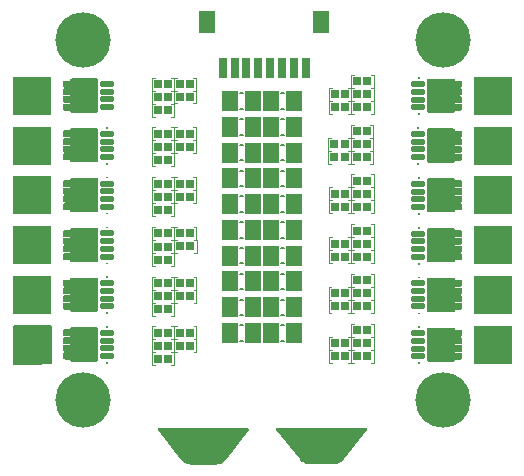
<source format=gts>
G04*
G04 #@! TF.GenerationSoftware,Altium Limited,Altium Designer,24.6.1 (21)*
G04*
G04 Layer_Color=8388736*
%FSLAX44Y44*%
%MOMM*%
G71*
G04*
G04 #@! TF.SameCoordinates,C8D772FE-2820-431E-A14A-531BD9A9DE4E*
G04*
G04*
G04 #@! TF.FilePolarity,Negative*
G04*
G01*
G75*
%ADD10C,0.2000*%
%ADD12C,0.1270*%
%ADD19C,0.0500*%
G04:AMPARAMS|DCode=20|XSize=0.58mm|YSize=1.13mm|CornerRadius=0.164mm|HoleSize=0mm|Usage=FLASHONLY|Rotation=90.000|XOffset=0mm|YOffset=0mm|HoleType=Round|Shape=RoundedRectangle|*
%AMROUNDEDRECTD20*
21,1,0.5800,0.8020,0,0,90.0*
21,1,0.2520,1.1300,0,0,90.0*
1,1,0.3280,0.4010,0.1260*
1,1,0.3280,0.4010,-0.1260*
1,1,0.3280,-0.4010,-0.1260*
1,1,0.3280,-0.4010,0.1260*
%
%ADD20ROUNDEDRECTD20*%
%ADD21R,1.4800X1.6800*%
%ADD22R,1.3800X1.9800*%
%ADD23R,0.7800X1.7300*%
%ADD24R,0.7400X0.7800*%
%ADD25R,2.9800X2.9800*%
%ADD26R,3.1800X3.1800*%
%ADD27C,1.7040*%
%ADD28C,4.6800*%
%ADD29C,0.5800*%
G36*
X62408Y328593D02*
X62498Y328583D01*
X62578Y328563D01*
X62668Y328543D01*
X62758Y328523D01*
X62838Y328493D01*
X62918Y328453D01*
X62998Y328413D01*
X63078Y328373D01*
X63158Y328333D01*
X63228Y328283D01*
X63298Y328223D01*
X63368Y328163D01*
X63428Y328103D01*
X63488Y328043D01*
X63548Y327973D01*
X63608Y327903D01*
X63658Y327833D01*
X63698Y327753D01*
X63738Y327673D01*
X63778Y327593D01*
X63818Y327513D01*
X63848Y327433D01*
X63868Y327343D01*
X63888Y327253D01*
X63908Y327173D01*
X63918Y327083D01*
X63928Y326993D01*
Y301213D01*
X63918Y301123D01*
X63908Y301033D01*
X63888Y300953D01*
X63868Y300863D01*
X63848Y300773D01*
X63818Y300693D01*
X63778Y300613D01*
X63738Y300533D01*
X63698Y300453D01*
X63658Y300373D01*
X63608Y300303D01*
X63548Y300233D01*
X63488Y300163D01*
X63428Y300103D01*
X63368Y300043D01*
X63298Y299983D01*
X63228Y299923D01*
X63158Y299873D01*
X63078Y299833D01*
X62998Y299793D01*
X62918Y299753D01*
X62838Y299713D01*
X62758Y299683D01*
X62668Y299663D01*
X62578Y299643D01*
X62498Y299623D01*
X62408Y299613D01*
X62318Y299603D01*
X41538D01*
X41448Y299613D01*
X41358Y299623D01*
X41278Y299643D01*
X41188Y299663D01*
X41098Y299683D01*
X41018Y299713D01*
X40938Y299753D01*
X40858Y299793D01*
X40778Y299833D01*
X40698Y299873D01*
X40628Y299923D01*
X40558Y299983D01*
X40488Y300043D01*
X40428Y300103D01*
X40368Y300163D01*
X40308Y300233D01*
X40248Y300303D01*
X40198Y300373D01*
X40158Y300453D01*
X40118Y300533D01*
X40078Y300613D01*
X40038Y300693D01*
X40008Y300773D01*
X39988Y300863D01*
X39968Y300953D01*
X39948Y301033D01*
X39938Y301123D01*
X39928Y301213D01*
Y301353D01*
X35588D01*
X35498Y301363D01*
X35408Y301373D01*
X35318Y301393D01*
X35228Y301413D01*
X35138Y301443D01*
X35048Y301473D01*
X34968Y301503D01*
X34888Y301543D01*
X34798Y301583D01*
X34728Y301633D01*
X34648Y301683D01*
X34578Y301743D01*
X34508Y301803D01*
X34438Y301863D01*
X34378Y301933D01*
X34318Y302003D01*
X34258Y302073D01*
X34208Y302153D01*
X34158Y302223D01*
X34118Y302313D01*
X34078Y302393D01*
X34048Y302473D01*
X34018Y302563D01*
X33988Y302653D01*
X33968Y302743D01*
X33948Y302833D01*
X33938Y302923D01*
X33928Y303013D01*
Y305693D01*
X33938Y305783D01*
X33948Y305873D01*
X33968Y305963D01*
X33988Y306053D01*
X34018Y306143D01*
X34048Y306233D01*
X34078Y306313D01*
X34118Y306393D01*
X34158Y306483D01*
X34208Y306553D01*
X34258Y306633D01*
X34318Y306703D01*
X34378Y306773D01*
X34438Y306843D01*
X34508Y306903D01*
X34578Y306963D01*
X34648Y307023D01*
X34728Y307073D01*
X34798Y307123D01*
X34888Y307163D01*
X34968Y307203D01*
X35048Y307233D01*
X35138Y307263D01*
X35228Y307293D01*
X35318Y307313D01*
X35408Y307333D01*
X35498Y307343D01*
X35588Y307353D01*
X39928D01*
Y307853D01*
X35588D01*
X35498Y307863D01*
X35408Y307873D01*
X35318Y307893D01*
X35228Y307913D01*
X35138Y307943D01*
X35048Y307973D01*
X34968Y308003D01*
X34888Y308043D01*
X34798Y308083D01*
X34728Y308133D01*
X34648Y308183D01*
X34578Y308243D01*
X34508Y308303D01*
X34438Y308363D01*
X34378Y308433D01*
X34318Y308503D01*
X34258Y308573D01*
X34208Y308653D01*
X34158Y308733D01*
X34118Y308813D01*
X34078Y308893D01*
X34048Y308973D01*
X34018Y309063D01*
X33988Y309153D01*
X33968Y309243D01*
X33948Y309333D01*
X33938Y309423D01*
X33928Y309513D01*
Y312193D01*
X33938Y312283D01*
X33948Y312373D01*
X33968Y312463D01*
X33988Y312553D01*
X34018Y312643D01*
X34048Y312733D01*
X34078Y312813D01*
X34118Y312893D01*
X34158Y312983D01*
X34208Y313053D01*
X34258Y313133D01*
X34318Y313203D01*
X34378Y313273D01*
X34438Y313343D01*
X34508Y313403D01*
X34578Y313463D01*
X34648Y313523D01*
X34728Y313573D01*
X34798Y313623D01*
X34888Y313663D01*
X34968Y313703D01*
X35048Y313733D01*
X35138Y313763D01*
X35228Y313793D01*
X35318Y313813D01*
X35408Y313833D01*
X35498Y313843D01*
X35588Y313853D01*
X39928D01*
Y314353D01*
X35588D01*
X35498Y314363D01*
X35408Y314373D01*
X35318Y314393D01*
X35228Y314413D01*
X35138Y314443D01*
X35048Y314473D01*
X34968Y314503D01*
X34888Y314543D01*
X34798Y314583D01*
X34728Y314633D01*
X34648Y314683D01*
X34578Y314743D01*
X34508Y314803D01*
X34438Y314863D01*
X34378Y314933D01*
X34318Y315003D01*
X34258Y315073D01*
X34208Y315153D01*
X34158Y315233D01*
X34118Y315313D01*
X34078Y315393D01*
X34048Y315473D01*
X34018Y315563D01*
X33988Y315653D01*
X33968Y315743D01*
X33948Y315833D01*
X33938Y315923D01*
X33928Y316013D01*
Y318693D01*
X33938Y318783D01*
X33948Y318873D01*
X33968Y318963D01*
X33988Y319053D01*
X34018Y319143D01*
X34048Y319233D01*
X34078Y319313D01*
X34118Y319393D01*
X34158Y319483D01*
X34208Y319553D01*
X34258Y319633D01*
X34318Y319703D01*
X34378Y319773D01*
X34438Y319843D01*
X34508Y319903D01*
X34578Y319963D01*
X34648Y320023D01*
X34728Y320073D01*
X34798Y320123D01*
X34888Y320163D01*
X34968Y320203D01*
X35048Y320233D01*
X35138Y320263D01*
X35228Y320293D01*
X35318Y320313D01*
X35408Y320333D01*
X35498Y320343D01*
X35588Y320353D01*
X39928D01*
Y320853D01*
X35588D01*
X35498Y320863D01*
X35408Y320873D01*
X35318Y320893D01*
X35228Y320913D01*
X35138Y320943D01*
X35048Y320973D01*
X34968Y321003D01*
X34888Y321043D01*
X34798Y321083D01*
X34728Y321133D01*
X34648Y321183D01*
X34578Y321243D01*
X34508Y321303D01*
X34438Y321363D01*
X34378Y321433D01*
X34318Y321503D01*
X34258Y321573D01*
X34208Y321653D01*
X34158Y321723D01*
X34118Y321813D01*
X34078Y321893D01*
X34048Y321973D01*
X34018Y322063D01*
X33988Y322153D01*
X33968Y322243D01*
X33948Y322333D01*
X33938Y322423D01*
X33928Y322513D01*
Y325193D01*
X33938Y325283D01*
X33948Y325373D01*
X33968Y325463D01*
X33988Y325553D01*
X34018Y325643D01*
X34048Y325733D01*
X34078Y325813D01*
X34118Y325893D01*
X34158Y325983D01*
X34208Y326053D01*
X34258Y326133D01*
X34318Y326203D01*
X34378Y326273D01*
X34438Y326343D01*
X34508Y326403D01*
X34578Y326463D01*
X34648Y326523D01*
X34728Y326573D01*
X34798Y326623D01*
X34888Y326663D01*
X34968Y326703D01*
X35048Y326733D01*
X35138Y326763D01*
X35228Y326793D01*
X35318Y326813D01*
X35408Y326833D01*
X35498Y326843D01*
X35588Y326853D01*
X39928D01*
Y326993D01*
X39938Y327083D01*
X39948Y327173D01*
X39968Y327253D01*
X39988Y327343D01*
X40008Y327433D01*
X40038Y327513D01*
X40078Y327593D01*
X40118Y327673D01*
X40158Y327753D01*
X40198Y327833D01*
X40248Y327903D01*
X40308Y327973D01*
X40368Y328043D01*
X40428Y328103D01*
X40488Y328163D01*
X40558Y328223D01*
X40628Y328283D01*
X40698Y328333D01*
X40778Y328373D01*
X40858Y328413D01*
X40938Y328453D01*
X41018Y328493D01*
X41098Y328523D01*
X41188Y328543D01*
X41278Y328563D01*
X41358Y328583D01*
X41448Y328593D01*
X41538Y328603D01*
X62318D01*
X62408Y328593D01*
D02*
G37*
G36*
X364582Y328417D02*
X364672Y328407D01*
X364752Y328387D01*
X364842Y328367D01*
X364932Y328347D01*
X365012Y328317D01*
X365092Y328277D01*
X365172Y328237D01*
X365252Y328197D01*
X365332Y328157D01*
X365402Y328107D01*
X365472Y328047D01*
X365542Y327987D01*
X365602Y327927D01*
X365662Y327867D01*
X365722Y327797D01*
X365782Y327727D01*
X365832Y327657D01*
X365872Y327577D01*
X365912Y327497D01*
X365952Y327417D01*
X365992Y327337D01*
X366022Y327257D01*
X366042Y327167D01*
X366062Y327077D01*
X366082Y326997D01*
X366092Y326907D01*
X366102Y326817D01*
Y326677D01*
X370442D01*
X370532Y326667D01*
X370622Y326657D01*
X370712Y326637D01*
X370802Y326617D01*
X370892Y326587D01*
X370982Y326557D01*
X371062Y326527D01*
X371142Y326487D01*
X371232Y326447D01*
X371302Y326397D01*
X371382Y326347D01*
X371452Y326287D01*
X371522Y326227D01*
X371592Y326167D01*
X371652Y326097D01*
X371712Y326027D01*
X371772Y325957D01*
X371822Y325877D01*
X371872Y325807D01*
X371912Y325717D01*
X371952Y325637D01*
X371982Y325557D01*
X372012Y325467D01*
X372042Y325377D01*
X372062Y325287D01*
X372082Y325197D01*
X372092Y325107D01*
X372102Y325017D01*
Y322337D01*
X372092Y322247D01*
X372082Y322157D01*
X372062Y322067D01*
X372042Y321977D01*
X372012Y321887D01*
X371982Y321797D01*
X371952Y321717D01*
X371912Y321637D01*
X371872Y321547D01*
X371822Y321477D01*
X371772Y321397D01*
X371712Y321327D01*
X371652Y321257D01*
X371592Y321187D01*
X371522Y321127D01*
X371452Y321067D01*
X371382Y321007D01*
X371302Y320957D01*
X371232Y320907D01*
X371142Y320867D01*
X371062Y320827D01*
X370982Y320797D01*
X370892Y320767D01*
X370802Y320737D01*
X370712Y320717D01*
X370622Y320697D01*
X370532Y320687D01*
X370442Y320677D01*
X366102D01*
Y320177D01*
X370442D01*
X370532Y320167D01*
X370622Y320157D01*
X370712Y320137D01*
X370802Y320117D01*
X370892Y320087D01*
X370982Y320057D01*
X371062Y320027D01*
X371142Y319987D01*
X371232Y319947D01*
X371302Y319897D01*
X371382Y319847D01*
X371452Y319787D01*
X371522Y319727D01*
X371592Y319667D01*
X371652Y319597D01*
X371712Y319527D01*
X371772Y319457D01*
X371822Y319377D01*
X371872Y319297D01*
X371912Y319217D01*
X371952Y319137D01*
X371982Y319057D01*
X372012Y318967D01*
X372042Y318877D01*
X372062Y318787D01*
X372082Y318697D01*
X372092Y318607D01*
X372102Y318517D01*
Y315837D01*
X372092Y315747D01*
X372082Y315657D01*
X372062Y315567D01*
X372042Y315477D01*
X372012Y315387D01*
X371982Y315297D01*
X371952Y315217D01*
X371912Y315137D01*
X371872Y315047D01*
X371822Y314977D01*
X371772Y314897D01*
X371712Y314827D01*
X371652Y314757D01*
X371592Y314687D01*
X371522Y314627D01*
X371452Y314567D01*
X371382Y314507D01*
X371302Y314457D01*
X371232Y314407D01*
X371142Y314367D01*
X371062Y314327D01*
X370982Y314297D01*
X370892Y314267D01*
X370802Y314237D01*
X370712Y314217D01*
X370622Y314197D01*
X370532Y314187D01*
X370442Y314177D01*
X366102D01*
Y313677D01*
X370442D01*
X370532Y313667D01*
X370622Y313657D01*
X370712Y313637D01*
X370802Y313617D01*
X370892Y313587D01*
X370982Y313557D01*
X371062Y313527D01*
X371142Y313487D01*
X371232Y313447D01*
X371302Y313397D01*
X371382Y313347D01*
X371452Y313287D01*
X371522Y313227D01*
X371592Y313167D01*
X371652Y313097D01*
X371712Y313027D01*
X371772Y312957D01*
X371822Y312877D01*
X371872Y312797D01*
X371912Y312717D01*
X371952Y312637D01*
X371982Y312557D01*
X372012Y312467D01*
X372042Y312377D01*
X372062Y312287D01*
X372082Y312197D01*
X372092Y312107D01*
X372102Y312017D01*
Y309337D01*
X372092Y309247D01*
X372082Y309157D01*
X372062Y309067D01*
X372042Y308977D01*
X372012Y308887D01*
X371982Y308797D01*
X371952Y308717D01*
X371912Y308637D01*
X371872Y308547D01*
X371822Y308477D01*
X371772Y308397D01*
X371712Y308327D01*
X371652Y308257D01*
X371592Y308187D01*
X371522Y308127D01*
X371452Y308067D01*
X371382Y308007D01*
X371302Y307957D01*
X371232Y307907D01*
X371142Y307867D01*
X371062Y307827D01*
X370982Y307797D01*
X370892Y307767D01*
X370802Y307737D01*
X370712Y307717D01*
X370622Y307697D01*
X370532Y307687D01*
X370442Y307677D01*
X366102D01*
Y307177D01*
X370442D01*
X370532Y307167D01*
X370622Y307157D01*
X370712Y307137D01*
X370802Y307117D01*
X370892Y307087D01*
X370982Y307057D01*
X371062Y307027D01*
X371142Y306987D01*
X371232Y306947D01*
X371302Y306897D01*
X371382Y306847D01*
X371452Y306787D01*
X371522Y306727D01*
X371592Y306667D01*
X371652Y306597D01*
X371712Y306527D01*
X371772Y306457D01*
X371822Y306377D01*
X371872Y306307D01*
X371912Y306217D01*
X371952Y306137D01*
X371982Y306057D01*
X372012Y305967D01*
X372042Y305877D01*
X372062Y305787D01*
X372082Y305697D01*
X372092Y305607D01*
X372102Y305517D01*
Y302837D01*
X372092Y302747D01*
X372082Y302657D01*
X372062Y302567D01*
X372042Y302477D01*
X372012Y302387D01*
X371982Y302297D01*
X371952Y302217D01*
X371912Y302137D01*
X371872Y302047D01*
X371822Y301977D01*
X371772Y301897D01*
X371712Y301827D01*
X371652Y301757D01*
X371592Y301687D01*
X371522Y301627D01*
X371452Y301567D01*
X371382Y301507D01*
X371302Y301457D01*
X371232Y301407D01*
X371142Y301367D01*
X371062Y301327D01*
X370982Y301297D01*
X370892Y301267D01*
X370802Y301237D01*
X370712Y301217D01*
X370622Y301197D01*
X370532Y301187D01*
X370442Y301177D01*
X366102D01*
Y301037D01*
X366092Y300947D01*
X366082Y300857D01*
X366062Y300777D01*
X366042Y300687D01*
X366022Y300597D01*
X365992Y300517D01*
X365952Y300437D01*
X365912Y300357D01*
X365872Y300277D01*
X365832Y300197D01*
X365782Y300127D01*
X365722Y300057D01*
X365662Y299987D01*
X365602Y299927D01*
X365542Y299867D01*
X365472Y299807D01*
X365402Y299747D01*
X365332Y299697D01*
X365252Y299657D01*
X365172Y299617D01*
X365092Y299577D01*
X365012Y299537D01*
X364932Y299507D01*
X364842Y299487D01*
X364752Y299467D01*
X364672Y299447D01*
X364582Y299437D01*
X364492Y299427D01*
X343712D01*
X343622Y299437D01*
X343532Y299447D01*
X343452Y299467D01*
X343362Y299487D01*
X343272Y299507D01*
X343192Y299537D01*
X343112Y299577D01*
X343032Y299617D01*
X342952Y299657D01*
X342872Y299697D01*
X342802Y299747D01*
X342732Y299807D01*
X342662Y299867D01*
X342602Y299927D01*
X342542Y299987D01*
X342482Y300057D01*
X342422Y300127D01*
X342372Y300197D01*
X342332Y300277D01*
X342292Y300357D01*
X342252Y300437D01*
X342212Y300517D01*
X342182Y300597D01*
X342162Y300687D01*
X342142Y300777D01*
X342122Y300857D01*
X342112Y300947D01*
X342102Y301037D01*
Y326817D01*
X342112Y326907D01*
X342122Y326997D01*
X342142Y327077D01*
X342162Y327167D01*
X342182Y327257D01*
X342212Y327337D01*
X342252Y327417D01*
X342292Y327497D01*
X342332Y327577D01*
X342372Y327657D01*
X342422Y327727D01*
X342482Y327797D01*
X342542Y327867D01*
X342602Y327927D01*
X342662Y327987D01*
X342732Y328047D01*
X342802Y328107D01*
X342872Y328157D01*
X342952Y328197D01*
X343032Y328237D01*
X343112Y328277D01*
X343192Y328317D01*
X343272Y328347D01*
X343362Y328367D01*
X343452Y328387D01*
X343532Y328407D01*
X343622Y328417D01*
X343712Y328427D01*
X364492D01*
X364582Y328417D01*
D02*
G37*
G36*
X62408Y286452D02*
X62498Y286442D01*
X62578Y286422D01*
X62668Y286402D01*
X62758Y286382D01*
X62838Y286352D01*
X62918Y286312D01*
X62998Y286272D01*
X63078Y286232D01*
X63158Y286192D01*
X63228Y286142D01*
X63298Y286082D01*
X63368Y286022D01*
X63428Y285962D01*
X63488Y285902D01*
X63548Y285832D01*
X63608Y285762D01*
X63658Y285692D01*
X63698Y285612D01*
X63738Y285532D01*
X63778Y285452D01*
X63818Y285372D01*
X63848Y285292D01*
X63868Y285202D01*
X63888Y285112D01*
X63908Y285032D01*
X63918Y284942D01*
X63928Y284852D01*
Y259072D01*
X63918Y258982D01*
X63908Y258892D01*
X63888Y258812D01*
X63868Y258722D01*
X63848Y258632D01*
X63818Y258552D01*
X63778Y258472D01*
X63738Y258392D01*
X63698Y258312D01*
X63658Y258232D01*
X63608Y258162D01*
X63548Y258092D01*
X63488Y258022D01*
X63428Y257962D01*
X63368Y257902D01*
X63298Y257842D01*
X63228Y257782D01*
X63158Y257732D01*
X63078Y257692D01*
X62998Y257652D01*
X62918Y257612D01*
X62838Y257572D01*
X62758Y257542D01*
X62668Y257522D01*
X62578Y257502D01*
X62498Y257482D01*
X62408Y257472D01*
X62318Y257462D01*
X41538D01*
X41448Y257472D01*
X41358Y257482D01*
X41278Y257502D01*
X41188Y257522D01*
X41098Y257542D01*
X41018Y257572D01*
X40938Y257612D01*
X40858Y257652D01*
X40778Y257692D01*
X40698Y257732D01*
X40628Y257782D01*
X40558Y257842D01*
X40488Y257902D01*
X40428Y257962D01*
X40368Y258022D01*
X40308Y258092D01*
X40248Y258162D01*
X40198Y258232D01*
X40158Y258312D01*
X40118Y258392D01*
X40078Y258472D01*
X40038Y258552D01*
X40008Y258632D01*
X39988Y258722D01*
X39968Y258812D01*
X39948Y258892D01*
X39938Y258982D01*
X39928Y259072D01*
Y259212D01*
X35588D01*
X35498Y259222D01*
X35408Y259232D01*
X35318Y259252D01*
X35228Y259272D01*
X35138Y259302D01*
X35048Y259332D01*
X34968Y259362D01*
X34888Y259402D01*
X34798Y259442D01*
X34728Y259492D01*
X34648Y259542D01*
X34578Y259602D01*
X34508Y259662D01*
X34438Y259722D01*
X34378Y259792D01*
X34318Y259862D01*
X34258Y259932D01*
X34208Y260012D01*
X34158Y260082D01*
X34118Y260172D01*
X34078Y260252D01*
X34048Y260332D01*
X34018Y260422D01*
X33988Y260512D01*
X33968Y260602D01*
X33948Y260692D01*
X33938Y260782D01*
X33928Y260872D01*
Y263552D01*
X33938Y263642D01*
X33948Y263732D01*
X33968Y263822D01*
X33988Y263912D01*
X34018Y264002D01*
X34048Y264092D01*
X34078Y264172D01*
X34118Y264252D01*
X34158Y264342D01*
X34208Y264412D01*
X34258Y264492D01*
X34318Y264562D01*
X34378Y264632D01*
X34438Y264702D01*
X34508Y264762D01*
X34578Y264822D01*
X34648Y264882D01*
X34728Y264932D01*
X34798Y264982D01*
X34888Y265022D01*
X34968Y265062D01*
X35048Y265092D01*
X35138Y265122D01*
X35228Y265152D01*
X35318Y265172D01*
X35408Y265192D01*
X35498Y265202D01*
X35588Y265212D01*
X39928D01*
Y265712D01*
X35588D01*
X35498Y265722D01*
X35408Y265732D01*
X35318Y265752D01*
X35228Y265772D01*
X35138Y265802D01*
X35048Y265832D01*
X34968Y265862D01*
X34888Y265902D01*
X34798Y265942D01*
X34728Y265992D01*
X34648Y266042D01*
X34578Y266102D01*
X34508Y266162D01*
X34438Y266222D01*
X34378Y266292D01*
X34318Y266362D01*
X34258Y266432D01*
X34208Y266512D01*
X34158Y266592D01*
X34118Y266672D01*
X34078Y266752D01*
X34048Y266832D01*
X34018Y266922D01*
X33988Y267012D01*
X33968Y267102D01*
X33948Y267192D01*
X33938Y267282D01*
X33928Y267372D01*
Y270052D01*
X33938Y270142D01*
X33948Y270232D01*
X33968Y270322D01*
X33988Y270412D01*
X34018Y270502D01*
X34048Y270592D01*
X34078Y270672D01*
X34118Y270752D01*
X34158Y270842D01*
X34208Y270912D01*
X34258Y270992D01*
X34318Y271062D01*
X34378Y271132D01*
X34438Y271202D01*
X34508Y271262D01*
X34578Y271322D01*
X34648Y271382D01*
X34728Y271432D01*
X34798Y271482D01*
X34888Y271522D01*
X34968Y271562D01*
X35048Y271592D01*
X35138Y271622D01*
X35228Y271652D01*
X35318Y271672D01*
X35408Y271692D01*
X35498Y271702D01*
X35588Y271712D01*
X39928D01*
Y272212D01*
X35588D01*
X35498Y272222D01*
X35408Y272232D01*
X35318Y272252D01*
X35228Y272272D01*
X35138Y272302D01*
X35048Y272332D01*
X34968Y272362D01*
X34888Y272402D01*
X34798Y272442D01*
X34728Y272492D01*
X34648Y272542D01*
X34578Y272602D01*
X34508Y272662D01*
X34438Y272722D01*
X34378Y272792D01*
X34318Y272862D01*
X34258Y272932D01*
X34208Y273012D01*
X34158Y273092D01*
X34118Y273172D01*
X34078Y273252D01*
X34048Y273332D01*
X34018Y273422D01*
X33988Y273512D01*
X33968Y273602D01*
X33948Y273692D01*
X33938Y273782D01*
X33928Y273872D01*
Y276552D01*
X33938Y276642D01*
X33948Y276732D01*
X33968Y276822D01*
X33988Y276912D01*
X34018Y277002D01*
X34048Y277092D01*
X34078Y277172D01*
X34118Y277252D01*
X34158Y277342D01*
X34208Y277412D01*
X34258Y277492D01*
X34318Y277562D01*
X34378Y277632D01*
X34438Y277702D01*
X34508Y277762D01*
X34578Y277822D01*
X34648Y277882D01*
X34728Y277932D01*
X34798Y277982D01*
X34888Y278022D01*
X34968Y278062D01*
X35048Y278092D01*
X35138Y278122D01*
X35228Y278152D01*
X35318Y278172D01*
X35408Y278192D01*
X35498Y278202D01*
X35588Y278212D01*
X39928D01*
Y278712D01*
X35588D01*
X35498Y278722D01*
X35408Y278732D01*
X35318Y278752D01*
X35228Y278772D01*
X35138Y278802D01*
X35048Y278832D01*
X34968Y278862D01*
X34888Y278902D01*
X34798Y278942D01*
X34728Y278992D01*
X34648Y279042D01*
X34578Y279102D01*
X34508Y279162D01*
X34438Y279222D01*
X34378Y279292D01*
X34318Y279362D01*
X34258Y279432D01*
X34208Y279512D01*
X34158Y279582D01*
X34118Y279672D01*
X34078Y279752D01*
X34048Y279832D01*
X34018Y279922D01*
X33988Y280012D01*
X33968Y280102D01*
X33948Y280192D01*
X33938Y280282D01*
X33928Y280372D01*
Y283052D01*
X33938Y283142D01*
X33948Y283232D01*
X33968Y283322D01*
X33988Y283412D01*
X34018Y283502D01*
X34048Y283592D01*
X34078Y283672D01*
X34118Y283752D01*
X34158Y283842D01*
X34208Y283912D01*
X34258Y283992D01*
X34318Y284062D01*
X34378Y284132D01*
X34438Y284202D01*
X34508Y284262D01*
X34578Y284322D01*
X34648Y284382D01*
X34728Y284432D01*
X34798Y284482D01*
X34888Y284522D01*
X34968Y284562D01*
X35048Y284592D01*
X35138Y284622D01*
X35228Y284652D01*
X35318Y284672D01*
X35408Y284692D01*
X35498Y284702D01*
X35588Y284712D01*
X39928D01*
Y284852D01*
X39938Y284942D01*
X39948Y285032D01*
X39968Y285112D01*
X39988Y285202D01*
X40008Y285292D01*
X40038Y285372D01*
X40078Y285452D01*
X40118Y285532D01*
X40158Y285612D01*
X40198Y285692D01*
X40248Y285762D01*
X40308Y285832D01*
X40368Y285902D01*
X40428Y285962D01*
X40488Y286022D01*
X40558Y286082D01*
X40628Y286142D01*
X40698Y286192D01*
X40778Y286232D01*
X40858Y286272D01*
X40938Y286312D01*
X41018Y286352D01*
X41098Y286382D01*
X41188Y286402D01*
X41278Y286422D01*
X41358Y286442D01*
X41448Y286452D01*
X41538Y286462D01*
X62318D01*
X62408Y286452D01*
D02*
G37*
G36*
X364333Y286276D02*
X364423Y286266D01*
X364503Y286246D01*
X364593Y286226D01*
X364683Y286206D01*
X364763Y286176D01*
X364843Y286136D01*
X364923Y286096D01*
X365003Y286056D01*
X365083Y286016D01*
X365153Y285966D01*
X365223Y285906D01*
X365293Y285846D01*
X365353Y285786D01*
X365413Y285726D01*
X365473Y285656D01*
X365533Y285586D01*
X365583Y285516D01*
X365623Y285436D01*
X365663Y285356D01*
X365703Y285276D01*
X365743Y285196D01*
X365773Y285116D01*
X365793Y285026D01*
X365813Y284936D01*
X365833Y284856D01*
X365843Y284766D01*
X365853Y284676D01*
Y284536D01*
X370193D01*
X370283Y284526D01*
X370373Y284516D01*
X370463Y284496D01*
X370553Y284476D01*
X370643Y284446D01*
X370733Y284416D01*
X370813Y284386D01*
X370893Y284346D01*
X370983Y284306D01*
X371053Y284256D01*
X371133Y284206D01*
X371203Y284146D01*
X371273Y284086D01*
X371343Y284026D01*
X371403Y283956D01*
X371463Y283886D01*
X371523Y283816D01*
X371573Y283736D01*
X371623Y283666D01*
X371663Y283576D01*
X371703Y283496D01*
X371733Y283416D01*
X371763Y283326D01*
X371793Y283236D01*
X371813Y283146D01*
X371833Y283056D01*
X371843Y282966D01*
X371853Y282876D01*
Y280196D01*
X371843Y280106D01*
X371833Y280016D01*
X371813Y279926D01*
X371793Y279836D01*
X371763Y279746D01*
X371733Y279656D01*
X371703Y279576D01*
X371663Y279496D01*
X371623Y279406D01*
X371573Y279336D01*
X371523Y279256D01*
X371463Y279186D01*
X371403Y279116D01*
X371343Y279046D01*
X371273Y278986D01*
X371203Y278926D01*
X371133Y278866D01*
X371053Y278816D01*
X370983Y278766D01*
X370893Y278726D01*
X370813Y278686D01*
X370733Y278656D01*
X370643Y278626D01*
X370553Y278596D01*
X370463Y278576D01*
X370373Y278556D01*
X370283Y278546D01*
X370193Y278536D01*
X365853D01*
Y278036D01*
X370193D01*
X370283Y278026D01*
X370373Y278016D01*
X370463Y277996D01*
X370553Y277976D01*
X370643Y277946D01*
X370733Y277916D01*
X370813Y277886D01*
X370893Y277846D01*
X370983Y277806D01*
X371053Y277756D01*
X371133Y277706D01*
X371203Y277646D01*
X371273Y277586D01*
X371343Y277526D01*
X371403Y277456D01*
X371463Y277386D01*
X371523Y277316D01*
X371573Y277236D01*
X371623Y277156D01*
X371663Y277076D01*
X371703Y276996D01*
X371733Y276916D01*
X371763Y276826D01*
X371793Y276736D01*
X371813Y276646D01*
X371833Y276556D01*
X371843Y276466D01*
X371853Y276376D01*
Y273696D01*
X371843Y273606D01*
X371833Y273516D01*
X371813Y273426D01*
X371793Y273336D01*
X371763Y273246D01*
X371733Y273156D01*
X371703Y273076D01*
X371663Y272996D01*
X371623Y272906D01*
X371573Y272836D01*
X371523Y272756D01*
X371463Y272686D01*
X371403Y272616D01*
X371343Y272546D01*
X371273Y272486D01*
X371203Y272426D01*
X371133Y272366D01*
X371053Y272316D01*
X370983Y272266D01*
X370893Y272226D01*
X370813Y272186D01*
X370733Y272156D01*
X370643Y272126D01*
X370553Y272096D01*
X370463Y272076D01*
X370373Y272056D01*
X370283Y272046D01*
X370193Y272036D01*
X365853D01*
Y271536D01*
X370193D01*
X370283Y271526D01*
X370373Y271516D01*
X370463Y271496D01*
X370553Y271476D01*
X370643Y271446D01*
X370733Y271416D01*
X370813Y271386D01*
X370893Y271346D01*
X370983Y271306D01*
X371053Y271256D01*
X371133Y271206D01*
X371203Y271146D01*
X371273Y271086D01*
X371343Y271026D01*
X371403Y270956D01*
X371463Y270886D01*
X371523Y270816D01*
X371573Y270736D01*
X371623Y270656D01*
X371663Y270576D01*
X371703Y270496D01*
X371733Y270416D01*
X371763Y270326D01*
X371793Y270236D01*
X371813Y270146D01*
X371833Y270056D01*
X371843Y269966D01*
X371853Y269876D01*
Y267196D01*
X371843Y267106D01*
X371833Y267016D01*
X371813Y266926D01*
X371793Y266836D01*
X371763Y266746D01*
X371733Y266656D01*
X371703Y266576D01*
X371663Y266496D01*
X371623Y266406D01*
X371573Y266336D01*
X371523Y266256D01*
X371463Y266186D01*
X371403Y266116D01*
X371343Y266046D01*
X371273Y265986D01*
X371203Y265926D01*
X371133Y265866D01*
X371053Y265816D01*
X370983Y265766D01*
X370893Y265726D01*
X370813Y265686D01*
X370733Y265656D01*
X370643Y265626D01*
X370553Y265596D01*
X370463Y265576D01*
X370373Y265556D01*
X370283Y265546D01*
X370193Y265536D01*
X365853D01*
Y265036D01*
X370193D01*
X370283Y265026D01*
X370373Y265016D01*
X370463Y264996D01*
X370553Y264976D01*
X370643Y264946D01*
X370733Y264916D01*
X370813Y264886D01*
X370893Y264846D01*
X370983Y264806D01*
X371053Y264756D01*
X371133Y264706D01*
X371203Y264646D01*
X371273Y264586D01*
X371343Y264526D01*
X371403Y264456D01*
X371463Y264386D01*
X371523Y264316D01*
X371573Y264236D01*
X371623Y264166D01*
X371663Y264076D01*
X371703Y263996D01*
X371733Y263916D01*
X371763Y263826D01*
X371793Y263736D01*
X371813Y263646D01*
X371833Y263556D01*
X371843Y263466D01*
X371853Y263376D01*
Y260696D01*
X371843Y260606D01*
X371833Y260516D01*
X371813Y260426D01*
X371793Y260336D01*
X371763Y260246D01*
X371733Y260156D01*
X371703Y260076D01*
X371663Y259996D01*
X371623Y259906D01*
X371573Y259836D01*
X371523Y259756D01*
X371463Y259686D01*
X371403Y259616D01*
X371343Y259546D01*
X371273Y259486D01*
X371203Y259426D01*
X371133Y259366D01*
X371053Y259316D01*
X370983Y259266D01*
X370893Y259226D01*
X370813Y259186D01*
X370733Y259156D01*
X370643Y259126D01*
X370553Y259096D01*
X370463Y259076D01*
X370373Y259056D01*
X370283Y259046D01*
X370193Y259036D01*
X365853D01*
Y258896D01*
X365843Y258806D01*
X365833Y258716D01*
X365813Y258636D01*
X365793Y258546D01*
X365773Y258456D01*
X365743Y258376D01*
X365703Y258296D01*
X365663Y258216D01*
X365623Y258136D01*
X365583Y258056D01*
X365533Y257986D01*
X365473Y257916D01*
X365413Y257846D01*
X365353Y257786D01*
X365293Y257726D01*
X365223Y257666D01*
X365153Y257606D01*
X365083Y257556D01*
X365003Y257516D01*
X364923Y257476D01*
X364843Y257436D01*
X364763Y257396D01*
X364683Y257366D01*
X364593Y257346D01*
X364503Y257326D01*
X364423Y257306D01*
X364333Y257296D01*
X364243Y257286D01*
X343463D01*
X343373Y257296D01*
X343283Y257306D01*
X343203Y257326D01*
X343113Y257346D01*
X343023Y257366D01*
X342943Y257396D01*
X342863Y257436D01*
X342783Y257476D01*
X342703Y257516D01*
X342623Y257556D01*
X342553Y257606D01*
X342483Y257666D01*
X342413Y257726D01*
X342353Y257786D01*
X342293Y257846D01*
X342233Y257916D01*
X342173Y257986D01*
X342123Y258056D01*
X342083Y258136D01*
X342043Y258216D01*
X342003Y258296D01*
X341963Y258376D01*
X341933Y258456D01*
X341913Y258546D01*
X341893Y258636D01*
X341873Y258716D01*
X341863Y258806D01*
X341853Y258896D01*
Y284676D01*
X341863Y284766D01*
X341873Y284856D01*
X341893Y284936D01*
X341913Y285026D01*
X341933Y285116D01*
X341963Y285196D01*
X342003Y285276D01*
X342043Y285356D01*
X342083Y285436D01*
X342123Y285516D01*
X342173Y285586D01*
X342233Y285656D01*
X342293Y285726D01*
X342353Y285786D01*
X342413Y285846D01*
X342483Y285906D01*
X342553Y285966D01*
X342623Y286016D01*
X342703Y286056D01*
X342783Y286096D01*
X342863Y286136D01*
X342943Y286176D01*
X343023Y286206D01*
X343113Y286226D01*
X343203Y286246D01*
X343283Y286266D01*
X343373Y286276D01*
X343463Y286286D01*
X364243D01*
X364333Y286276D01*
D02*
G37*
G36*
X62408Y244311D02*
X62498Y244301D01*
X62578Y244281D01*
X62668Y244261D01*
X62758Y244241D01*
X62838Y244211D01*
X62918Y244171D01*
X62998Y244131D01*
X63078Y244091D01*
X63158Y244051D01*
X63228Y244001D01*
X63298Y243941D01*
X63368Y243881D01*
X63428Y243821D01*
X63488Y243761D01*
X63548Y243691D01*
X63608Y243621D01*
X63658Y243551D01*
X63698Y243471D01*
X63738Y243391D01*
X63778Y243311D01*
X63818Y243231D01*
X63848Y243151D01*
X63868Y243061D01*
X63888Y242971D01*
X63908Y242891D01*
X63918Y242801D01*
X63928Y242711D01*
Y216931D01*
X63918Y216841D01*
X63908Y216751D01*
X63888Y216671D01*
X63868Y216581D01*
X63848Y216491D01*
X63818Y216411D01*
X63778Y216331D01*
X63738Y216251D01*
X63698Y216171D01*
X63658Y216091D01*
X63608Y216021D01*
X63548Y215951D01*
X63488Y215881D01*
X63428Y215821D01*
X63368Y215761D01*
X63298Y215701D01*
X63228Y215641D01*
X63158Y215591D01*
X63078Y215551D01*
X62998Y215511D01*
X62918Y215471D01*
X62838Y215431D01*
X62758Y215401D01*
X62668Y215381D01*
X62578Y215361D01*
X62498Y215341D01*
X62408Y215331D01*
X62318Y215321D01*
X41538D01*
X41448Y215331D01*
X41358Y215341D01*
X41278Y215361D01*
X41188Y215381D01*
X41098Y215401D01*
X41018Y215431D01*
X40938Y215471D01*
X40858Y215511D01*
X40778Y215551D01*
X40698Y215591D01*
X40628Y215641D01*
X40558Y215701D01*
X40488Y215761D01*
X40428Y215821D01*
X40368Y215881D01*
X40308Y215951D01*
X40248Y216021D01*
X40198Y216091D01*
X40158Y216171D01*
X40118Y216251D01*
X40078Y216331D01*
X40038Y216411D01*
X40008Y216491D01*
X39988Y216581D01*
X39968Y216671D01*
X39948Y216751D01*
X39938Y216841D01*
X39928Y216931D01*
Y217071D01*
X35588D01*
X35498Y217081D01*
X35408Y217091D01*
X35318Y217111D01*
X35228Y217131D01*
X35138Y217161D01*
X35048Y217191D01*
X34968Y217221D01*
X34888Y217261D01*
X34798Y217301D01*
X34728Y217351D01*
X34648Y217401D01*
X34578Y217461D01*
X34508Y217521D01*
X34438Y217581D01*
X34378Y217651D01*
X34318Y217721D01*
X34258Y217791D01*
X34208Y217871D01*
X34158Y217941D01*
X34118Y218031D01*
X34078Y218111D01*
X34048Y218191D01*
X34018Y218281D01*
X33988Y218371D01*
X33968Y218461D01*
X33948Y218551D01*
X33938Y218641D01*
X33928Y218731D01*
Y221411D01*
X33938Y221501D01*
X33948Y221591D01*
X33968Y221681D01*
X33988Y221771D01*
X34018Y221861D01*
X34048Y221951D01*
X34078Y222031D01*
X34118Y222111D01*
X34158Y222201D01*
X34208Y222271D01*
X34258Y222351D01*
X34318Y222421D01*
X34378Y222491D01*
X34438Y222561D01*
X34508Y222621D01*
X34578Y222681D01*
X34648Y222741D01*
X34728Y222791D01*
X34798Y222841D01*
X34888Y222881D01*
X34968Y222921D01*
X35048Y222951D01*
X35138Y222981D01*
X35228Y223011D01*
X35318Y223031D01*
X35408Y223051D01*
X35498Y223061D01*
X35588Y223071D01*
X39928D01*
Y223571D01*
X35588D01*
X35498Y223581D01*
X35408Y223591D01*
X35318Y223611D01*
X35228Y223631D01*
X35138Y223661D01*
X35048Y223691D01*
X34968Y223721D01*
X34888Y223761D01*
X34798Y223801D01*
X34728Y223851D01*
X34648Y223901D01*
X34578Y223961D01*
X34508Y224021D01*
X34438Y224081D01*
X34378Y224151D01*
X34318Y224221D01*
X34258Y224291D01*
X34208Y224371D01*
X34158Y224451D01*
X34118Y224531D01*
X34078Y224611D01*
X34048Y224691D01*
X34018Y224781D01*
X33988Y224871D01*
X33968Y224961D01*
X33948Y225051D01*
X33938Y225141D01*
X33928Y225231D01*
Y227911D01*
X33938Y228001D01*
X33948Y228091D01*
X33968Y228181D01*
X33988Y228271D01*
X34018Y228361D01*
X34048Y228451D01*
X34078Y228531D01*
X34118Y228611D01*
X34158Y228701D01*
X34208Y228771D01*
X34258Y228851D01*
X34318Y228921D01*
X34378Y228991D01*
X34438Y229061D01*
X34508Y229121D01*
X34578Y229181D01*
X34648Y229241D01*
X34728Y229291D01*
X34798Y229341D01*
X34888Y229381D01*
X34968Y229421D01*
X35048Y229451D01*
X35138Y229481D01*
X35228Y229511D01*
X35318Y229531D01*
X35408Y229551D01*
X35498Y229561D01*
X35588Y229571D01*
X39928D01*
Y230071D01*
X35588D01*
X35498Y230081D01*
X35408Y230091D01*
X35318Y230111D01*
X35228Y230131D01*
X35138Y230161D01*
X35048Y230191D01*
X34968Y230221D01*
X34888Y230261D01*
X34798Y230301D01*
X34728Y230351D01*
X34648Y230401D01*
X34578Y230461D01*
X34508Y230521D01*
X34438Y230581D01*
X34378Y230651D01*
X34318Y230721D01*
X34258Y230791D01*
X34208Y230871D01*
X34158Y230951D01*
X34118Y231031D01*
X34078Y231111D01*
X34048Y231191D01*
X34018Y231281D01*
X33988Y231371D01*
X33968Y231461D01*
X33948Y231551D01*
X33938Y231641D01*
X33928Y231731D01*
Y234411D01*
X33938Y234501D01*
X33948Y234591D01*
X33968Y234681D01*
X33988Y234771D01*
X34018Y234861D01*
X34048Y234951D01*
X34078Y235031D01*
X34118Y235111D01*
X34158Y235201D01*
X34208Y235271D01*
X34258Y235351D01*
X34318Y235421D01*
X34378Y235491D01*
X34438Y235561D01*
X34508Y235621D01*
X34578Y235681D01*
X34648Y235741D01*
X34728Y235791D01*
X34798Y235841D01*
X34888Y235881D01*
X34968Y235921D01*
X35048Y235951D01*
X35138Y235981D01*
X35228Y236011D01*
X35318Y236031D01*
X35408Y236051D01*
X35498Y236061D01*
X35588Y236071D01*
X39928D01*
Y236571D01*
X35588D01*
X35498Y236581D01*
X35408Y236591D01*
X35318Y236611D01*
X35228Y236631D01*
X35138Y236661D01*
X35048Y236691D01*
X34968Y236721D01*
X34888Y236761D01*
X34798Y236801D01*
X34728Y236851D01*
X34648Y236901D01*
X34578Y236961D01*
X34508Y237021D01*
X34438Y237081D01*
X34378Y237151D01*
X34318Y237221D01*
X34258Y237291D01*
X34208Y237371D01*
X34158Y237441D01*
X34118Y237531D01*
X34078Y237611D01*
X34048Y237691D01*
X34018Y237781D01*
X33988Y237871D01*
X33968Y237961D01*
X33948Y238051D01*
X33938Y238141D01*
X33928Y238231D01*
Y240911D01*
X33938Y241001D01*
X33948Y241091D01*
X33968Y241181D01*
X33988Y241271D01*
X34018Y241361D01*
X34048Y241451D01*
X34078Y241531D01*
X34118Y241611D01*
X34158Y241701D01*
X34208Y241771D01*
X34258Y241851D01*
X34318Y241921D01*
X34378Y241991D01*
X34438Y242061D01*
X34508Y242121D01*
X34578Y242181D01*
X34648Y242241D01*
X34728Y242291D01*
X34798Y242341D01*
X34888Y242381D01*
X34968Y242421D01*
X35048Y242451D01*
X35138Y242481D01*
X35228Y242511D01*
X35318Y242531D01*
X35408Y242551D01*
X35498Y242561D01*
X35588Y242571D01*
X39928D01*
Y242711D01*
X39938Y242801D01*
X39948Y242891D01*
X39968Y242971D01*
X39988Y243061D01*
X40008Y243151D01*
X40038Y243231D01*
X40078Y243311D01*
X40118Y243391D01*
X40158Y243471D01*
X40198Y243551D01*
X40248Y243621D01*
X40308Y243691D01*
X40368Y243761D01*
X40428Y243821D01*
X40488Y243881D01*
X40558Y243941D01*
X40628Y244001D01*
X40698Y244051D01*
X40778Y244091D01*
X40858Y244131D01*
X40938Y244171D01*
X41018Y244211D01*
X41098Y244241D01*
X41188Y244261D01*
X41278Y244281D01*
X41358Y244301D01*
X41448Y244311D01*
X41538Y244321D01*
X62318D01*
X62408Y244311D01*
D02*
G37*
G36*
X364582Y244135D02*
X364672Y244125D01*
X364752Y244105D01*
X364842Y244085D01*
X364932Y244065D01*
X365012Y244035D01*
X365092Y243995D01*
X365172Y243955D01*
X365252Y243915D01*
X365332Y243875D01*
X365402Y243825D01*
X365472Y243765D01*
X365542Y243705D01*
X365602Y243645D01*
X365662Y243585D01*
X365722Y243515D01*
X365782Y243445D01*
X365832Y243375D01*
X365872Y243295D01*
X365912Y243215D01*
X365952Y243135D01*
X365992Y243055D01*
X366022Y242975D01*
X366042Y242885D01*
X366062Y242795D01*
X366082Y242715D01*
X366092Y242625D01*
X366102Y242535D01*
Y242395D01*
X370442D01*
X370532Y242385D01*
X370622Y242375D01*
X370712Y242355D01*
X370802Y242335D01*
X370892Y242305D01*
X370982Y242275D01*
X371062Y242245D01*
X371142Y242205D01*
X371232Y242165D01*
X371302Y242115D01*
X371382Y242065D01*
X371452Y242005D01*
X371522Y241945D01*
X371592Y241885D01*
X371652Y241815D01*
X371712Y241745D01*
X371772Y241675D01*
X371822Y241595D01*
X371872Y241525D01*
X371912Y241435D01*
X371952Y241355D01*
X371982Y241275D01*
X372012Y241185D01*
X372042Y241095D01*
X372062Y241005D01*
X372082Y240915D01*
X372092Y240825D01*
X372102Y240735D01*
Y238055D01*
X372092Y237965D01*
X372082Y237875D01*
X372062Y237785D01*
X372042Y237695D01*
X372012Y237605D01*
X371982Y237515D01*
X371952Y237435D01*
X371912Y237355D01*
X371872Y237265D01*
X371822Y237195D01*
X371772Y237115D01*
X371712Y237045D01*
X371652Y236975D01*
X371592Y236905D01*
X371522Y236845D01*
X371452Y236785D01*
X371382Y236725D01*
X371302Y236675D01*
X371232Y236625D01*
X371142Y236585D01*
X371062Y236545D01*
X370982Y236515D01*
X370892Y236485D01*
X370802Y236455D01*
X370712Y236435D01*
X370622Y236415D01*
X370532Y236405D01*
X370442Y236395D01*
X366102D01*
Y235895D01*
X370442D01*
X370532Y235885D01*
X370622Y235875D01*
X370712Y235855D01*
X370802Y235835D01*
X370892Y235805D01*
X370982Y235775D01*
X371062Y235745D01*
X371142Y235705D01*
X371232Y235665D01*
X371302Y235615D01*
X371382Y235565D01*
X371452Y235505D01*
X371522Y235445D01*
X371592Y235385D01*
X371652Y235315D01*
X371712Y235245D01*
X371772Y235175D01*
X371822Y235095D01*
X371872Y235015D01*
X371912Y234935D01*
X371952Y234855D01*
X371982Y234775D01*
X372012Y234685D01*
X372042Y234595D01*
X372062Y234505D01*
X372082Y234415D01*
X372092Y234325D01*
X372102Y234235D01*
Y231555D01*
X372092Y231465D01*
X372082Y231375D01*
X372062Y231285D01*
X372042Y231195D01*
X372012Y231105D01*
X371982Y231015D01*
X371952Y230935D01*
X371912Y230855D01*
X371872Y230765D01*
X371822Y230695D01*
X371772Y230615D01*
X371712Y230545D01*
X371652Y230475D01*
X371592Y230405D01*
X371522Y230345D01*
X371452Y230285D01*
X371382Y230225D01*
X371302Y230175D01*
X371232Y230125D01*
X371142Y230085D01*
X371062Y230045D01*
X370982Y230015D01*
X370892Y229985D01*
X370802Y229955D01*
X370712Y229935D01*
X370622Y229915D01*
X370532Y229905D01*
X370442Y229895D01*
X366102D01*
Y229395D01*
X370442D01*
X370532Y229385D01*
X370622Y229375D01*
X370712Y229355D01*
X370802Y229335D01*
X370892Y229305D01*
X370982Y229275D01*
X371062Y229245D01*
X371142Y229205D01*
X371232Y229165D01*
X371302Y229115D01*
X371382Y229065D01*
X371452Y229005D01*
X371522Y228945D01*
X371592Y228885D01*
X371652Y228815D01*
X371712Y228745D01*
X371772Y228675D01*
X371822Y228595D01*
X371872Y228515D01*
X371912Y228435D01*
X371952Y228355D01*
X371982Y228275D01*
X372012Y228185D01*
X372042Y228095D01*
X372062Y228005D01*
X372082Y227915D01*
X372092Y227825D01*
X372102Y227735D01*
Y225055D01*
X372092Y224965D01*
X372082Y224875D01*
X372062Y224785D01*
X372042Y224695D01*
X372012Y224605D01*
X371982Y224515D01*
X371952Y224435D01*
X371912Y224355D01*
X371872Y224265D01*
X371822Y224195D01*
X371772Y224115D01*
X371712Y224045D01*
X371652Y223975D01*
X371592Y223905D01*
X371522Y223845D01*
X371452Y223785D01*
X371382Y223725D01*
X371302Y223675D01*
X371232Y223625D01*
X371142Y223585D01*
X371062Y223545D01*
X370982Y223515D01*
X370892Y223485D01*
X370802Y223455D01*
X370712Y223435D01*
X370622Y223415D01*
X370532Y223405D01*
X370442Y223395D01*
X366102D01*
Y222895D01*
X370442D01*
X370532Y222885D01*
X370622Y222875D01*
X370712Y222855D01*
X370802Y222835D01*
X370892Y222805D01*
X370982Y222775D01*
X371062Y222745D01*
X371142Y222705D01*
X371232Y222665D01*
X371302Y222615D01*
X371382Y222565D01*
X371452Y222505D01*
X371522Y222445D01*
X371592Y222385D01*
X371652Y222315D01*
X371712Y222245D01*
X371772Y222175D01*
X371822Y222095D01*
X371872Y222025D01*
X371912Y221935D01*
X371952Y221855D01*
X371982Y221775D01*
X372012Y221685D01*
X372042Y221595D01*
X372062Y221505D01*
X372082Y221415D01*
X372092Y221325D01*
X372102Y221235D01*
Y218555D01*
X372092Y218465D01*
X372082Y218375D01*
X372062Y218285D01*
X372042Y218195D01*
X372012Y218105D01*
X371982Y218015D01*
X371952Y217935D01*
X371912Y217855D01*
X371872Y217765D01*
X371822Y217695D01*
X371772Y217615D01*
X371712Y217545D01*
X371652Y217475D01*
X371592Y217405D01*
X371522Y217345D01*
X371452Y217285D01*
X371382Y217225D01*
X371302Y217175D01*
X371232Y217125D01*
X371142Y217085D01*
X371062Y217045D01*
X370982Y217015D01*
X370892Y216985D01*
X370802Y216955D01*
X370712Y216935D01*
X370622Y216915D01*
X370532Y216905D01*
X370442Y216895D01*
X366102D01*
Y216755D01*
X366092Y216665D01*
X366082Y216575D01*
X366062Y216495D01*
X366042Y216405D01*
X366022Y216315D01*
X365992Y216235D01*
X365952Y216155D01*
X365912Y216075D01*
X365872Y215995D01*
X365832Y215915D01*
X365782Y215845D01*
X365722Y215775D01*
X365662Y215705D01*
X365602Y215645D01*
X365542Y215585D01*
X365472Y215525D01*
X365402Y215465D01*
X365332Y215415D01*
X365252Y215375D01*
X365172Y215335D01*
X365092Y215295D01*
X365012Y215255D01*
X364932Y215225D01*
X364842Y215205D01*
X364752Y215185D01*
X364672Y215165D01*
X364582Y215155D01*
X364492Y215145D01*
X343712D01*
X343622Y215155D01*
X343532Y215165D01*
X343452Y215185D01*
X343362Y215205D01*
X343272Y215225D01*
X343192Y215255D01*
X343112Y215295D01*
X343032Y215335D01*
X342952Y215375D01*
X342872Y215415D01*
X342802Y215465D01*
X342732Y215525D01*
X342662Y215585D01*
X342602Y215645D01*
X342542Y215705D01*
X342482Y215775D01*
X342422Y215845D01*
X342372Y215915D01*
X342332Y215995D01*
X342292Y216075D01*
X342252Y216155D01*
X342212Y216235D01*
X342182Y216315D01*
X342162Y216405D01*
X342142Y216495D01*
X342122Y216575D01*
X342112Y216665D01*
X342102Y216755D01*
Y242535D01*
X342112Y242625D01*
X342122Y242715D01*
X342142Y242795D01*
X342162Y242885D01*
X342182Y242975D01*
X342212Y243055D01*
X342252Y243135D01*
X342292Y243215D01*
X342332Y243295D01*
X342372Y243375D01*
X342422Y243445D01*
X342482Y243515D01*
X342542Y243585D01*
X342602Y243645D01*
X342662Y243705D01*
X342732Y243765D01*
X342802Y243825D01*
X342872Y243875D01*
X342952Y243915D01*
X343032Y243955D01*
X343112Y243995D01*
X343192Y244035D01*
X343272Y244065D01*
X343362Y244085D01*
X343452Y244105D01*
X343532Y244125D01*
X343622Y244135D01*
X343712Y244145D01*
X364492D01*
X364582Y244135D01*
D02*
G37*
G36*
X62408Y202083D02*
X62498Y202073D01*
X62578Y202053D01*
X62668Y202033D01*
X62758Y202013D01*
X62838Y201983D01*
X62918Y201943D01*
X62998Y201903D01*
X63078Y201863D01*
X63158Y201823D01*
X63228Y201773D01*
X63298Y201713D01*
X63368Y201653D01*
X63428Y201593D01*
X63488Y201533D01*
X63548Y201463D01*
X63608Y201393D01*
X63658Y201323D01*
X63698Y201243D01*
X63738Y201163D01*
X63778Y201083D01*
X63818Y201003D01*
X63848Y200923D01*
X63868Y200833D01*
X63888Y200743D01*
X63908Y200663D01*
X63918Y200573D01*
X63928Y200483D01*
Y174703D01*
X63918Y174613D01*
X63908Y174523D01*
X63888Y174443D01*
X63868Y174353D01*
X63848Y174263D01*
X63818Y174183D01*
X63778Y174103D01*
X63738Y174023D01*
X63698Y173943D01*
X63658Y173863D01*
X63608Y173793D01*
X63548Y173723D01*
X63488Y173653D01*
X63428Y173593D01*
X63368Y173533D01*
X63298Y173473D01*
X63228Y173413D01*
X63158Y173363D01*
X63078Y173323D01*
X62998Y173283D01*
X62918Y173243D01*
X62838Y173203D01*
X62758Y173173D01*
X62668Y173153D01*
X62578Y173133D01*
X62498Y173113D01*
X62408Y173103D01*
X62318Y173093D01*
X41538D01*
X41448Y173103D01*
X41358Y173113D01*
X41278Y173133D01*
X41188Y173153D01*
X41098Y173173D01*
X41018Y173203D01*
X40938Y173243D01*
X40858Y173283D01*
X40778Y173323D01*
X40698Y173363D01*
X40628Y173413D01*
X40558Y173473D01*
X40488Y173533D01*
X40428Y173593D01*
X40368Y173653D01*
X40308Y173723D01*
X40248Y173793D01*
X40198Y173863D01*
X40158Y173943D01*
X40118Y174023D01*
X40078Y174103D01*
X40038Y174183D01*
X40008Y174263D01*
X39988Y174353D01*
X39968Y174443D01*
X39948Y174523D01*
X39938Y174613D01*
X39928Y174703D01*
Y174843D01*
X35588D01*
X35498Y174853D01*
X35408Y174863D01*
X35318Y174883D01*
X35228Y174903D01*
X35138Y174933D01*
X35048Y174963D01*
X34968Y174993D01*
X34888Y175033D01*
X34798Y175073D01*
X34728Y175123D01*
X34648Y175173D01*
X34578Y175233D01*
X34508Y175293D01*
X34438Y175353D01*
X34378Y175423D01*
X34318Y175493D01*
X34258Y175563D01*
X34208Y175643D01*
X34158Y175713D01*
X34118Y175803D01*
X34078Y175883D01*
X34048Y175963D01*
X34018Y176053D01*
X33988Y176143D01*
X33968Y176233D01*
X33948Y176323D01*
X33938Y176413D01*
X33928Y176503D01*
Y179183D01*
X33938Y179273D01*
X33948Y179363D01*
X33968Y179453D01*
X33988Y179543D01*
X34018Y179633D01*
X34048Y179723D01*
X34078Y179803D01*
X34118Y179883D01*
X34158Y179973D01*
X34208Y180043D01*
X34258Y180123D01*
X34318Y180193D01*
X34378Y180263D01*
X34438Y180333D01*
X34508Y180393D01*
X34578Y180453D01*
X34648Y180513D01*
X34728Y180563D01*
X34798Y180613D01*
X34888Y180653D01*
X34968Y180693D01*
X35048Y180723D01*
X35138Y180753D01*
X35228Y180783D01*
X35318Y180803D01*
X35408Y180823D01*
X35498Y180833D01*
X35588Y180843D01*
X39928D01*
Y181343D01*
X35588D01*
X35498Y181353D01*
X35408Y181363D01*
X35318Y181383D01*
X35228Y181403D01*
X35138Y181433D01*
X35048Y181463D01*
X34968Y181493D01*
X34888Y181533D01*
X34798Y181573D01*
X34728Y181623D01*
X34648Y181673D01*
X34578Y181733D01*
X34508Y181793D01*
X34438Y181853D01*
X34378Y181923D01*
X34318Y181993D01*
X34258Y182063D01*
X34208Y182143D01*
X34158Y182223D01*
X34118Y182303D01*
X34078Y182383D01*
X34048Y182463D01*
X34018Y182553D01*
X33988Y182643D01*
X33968Y182733D01*
X33948Y182823D01*
X33938Y182913D01*
X33928Y183003D01*
Y185683D01*
X33938Y185773D01*
X33948Y185863D01*
X33968Y185953D01*
X33988Y186043D01*
X34018Y186133D01*
X34048Y186223D01*
X34078Y186303D01*
X34118Y186383D01*
X34158Y186473D01*
X34208Y186543D01*
X34258Y186623D01*
X34318Y186693D01*
X34378Y186763D01*
X34438Y186833D01*
X34508Y186893D01*
X34578Y186953D01*
X34648Y187013D01*
X34728Y187063D01*
X34798Y187113D01*
X34888Y187153D01*
X34968Y187193D01*
X35048Y187223D01*
X35138Y187253D01*
X35228Y187283D01*
X35318Y187303D01*
X35408Y187323D01*
X35498Y187333D01*
X35588Y187343D01*
X39928D01*
Y187843D01*
X35588D01*
X35498Y187853D01*
X35408Y187863D01*
X35318Y187883D01*
X35228Y187903D01*
X35138Y187933D01*
X35048Y187963D01*
X34968Y187993D01*
X34888Y188033D01*
X34798Y188073D01*
X34728Y188123D01*
X34648Y188173D01*
X34578Y188233D01*
X34508Y188293D01*
X34438Y188353D01*
X34378Y188423D01*
X34318Y188493D01*
X34258Y188563D01*
X34208Y188643D01*
X34158Y188723D01*
X34118Y188803D01*
X34078Y188883D01*
X34048Y188963D01*
X34018Y189053D01*
X33988Y189143D01*
X33968Y189233D01*
X33948Y189323D01*
X33938Y189413D01*
X33928Y189503D01*
Y192183D01*
X33938Y192273D01*
X33948Y192363D01*
X33968Y192453D01*
X33988Y192543D01*
X34018Y192633D01*
X34048Y192723D01*
X34078Y192803D01*
X34118Y192883D01*
X34158Y192973D01*
X34208Y193043D01*
X34258Y193123D01*
X34318Y193193D01*
X34378Y193263D01*
X34438Y193333D01*
X34508Y193393D01*
X34578Y193453D01*
X34648Y193513D01*
X34728Y193563D01*
X34798Y193613D01*
X34888Y193653D01*
X34968Y193693D01*
X35048Y193723D01*
X35138Y193753D01*
X35228Y193783D01*
X35318Y193803D01*
X35408Y193823D01*
X35498Y193833D01*
X35588Y193843D01*
X39928D01*
Y194343D01*
X35588D01*
X35498Y194353D01*
X35408Y194363D01*
X35318Y194383D01*
X35228Y194403D01*
X35138Y194433D01*
X35048Y194463D01*
X34968Y194493D01*
X34888Y194533D01*
X34798Y194573D01*
X34728Y194623D01*
X34648Y194673D01*
X34578Y194733D01*
X34508Y194793D01*
X34438Y194853D01*
X34378Y194923D01*
X34318Y194993D01*
X34258Y195063D01*
X34208Y195143D01*
X34158Y195213D01*
X34118Y195303D01*
X34078Y195383D01*
X34048Y195463D01*
X34018Y195553D01*
X33988Y195643D01*
X33968Y195733D01*
X33948Y195823D01*
X33938Y195913D01*
X33928Y196003D01*
Y198683D01*
X33938Y198773D01*
X33948Y198863D01*
X33968Y198953D01*
X33988Y199043D01*
X34018Y199133D01*
X34048Y199223D01*
X34078Y199303D01*
X34118Y199383D01*
X34158Y199473D01*
X34208Y199543D01*
X34258Y199623D01*
X34318Y199693D01*
X34378Y199763D01*
X34438Y199833D01*
X34508Y199893D01*
X34578Y199953D01*
X34648Y200013D01*
X34728Y200063D01*
X34798Y200113D01*
X34888Y200153D01*
X34968Y200193D01*
X35048Y200223D01*
X35138Y200253D01*
X35228Y200283D01*
X35318Y200303D01*
X35408Y200323D01*
X35498Y200333D01*
X35588Y200343D01*
X39928D01*
Y200483D01*
X39938Y200573D01*
X39948Y200663D01*
X39968Y200743D01*
X39988Y200833D01*
X40008Y200923D01*
X40038Y201003D01*
X40078Y201083D01*
X40118Y201163D01*
X40158Y201243D01*
X40198Y201323D01*
X40248Y201393D01*
X40308Y201463D01*
X40368Y201533D01*
X40428Y201593D01*
X40488Y201653D01*
X40558Y201713D01*
X40628Y201773D01*
X40698Y201823D01*
X40778Y201863D01*
X40858Y201903D01*
X40938Y201943D01*
X41018Y201983D01*
X41098Y202013D01*
X41188Y202033D01*
X41278Y202053D01*
X41358Y202073D01*
X41448Y202083D01*
X41538Y202093D01*
X62318D01*
X62408Y202083D01*
D02*
G37*
G36*
X364582Y201907D02*
X364672Y201897D01*
X364752Y201877D01*
X364842Y201857D01*
X364932Y201837D01*
X365012Y201807D01*
X365092Y201767D01*
X365172Y201727D01*
X365252Y201687D01*
X365332Y201647D01*
X365402Y201597D01*
X365472Y201537D01*
X365542Y201477D01*
X365602Y201417D01*
X365662Y201357D01*
X365722Y201287D01*
X365782Y201217D01*
X365832Y201147D01*
X365872Y201067D01*
X365912Y200987D01*
X365952Y200907D01*
X365992Y200827D01*
X366022Y200747D01*
X366042Y200657D01*
X366062Y200567D01*
X366082Y200487D01*
X366092Y200397D01*
X366102Y200307D01*
Y200167D01*
X370442D01*
X370532Y200157D01*
X370622Y200147D01*
X370712Y200127D01*
X370802Y200107D01*
X370892Y200077D01*
X370982Y200047D01*
X371062Y200017D01*
X371142Y199977D01*
X371232Y199937D01*
X371302Y199887D01*
X371382Y199837D01*
X371452Y199777D01*
X371522Y199717D01*
X371592Y199657D01*
X371652Y199587D01*
X371712Y199517D01*
X371772Y199447D01*
X371822Y199367D01*
X371872Y199297D01*
X371912Y199207D01*
X371952Y199127D01*
X371982Y199047D01*
X372012Y198957D01*
X372042Y198867D01*
X372062Y198777D01*
X372082Y198687D01*
X372092Y198597D01*
X372102Y198507D01*
Y195827D01*
X372092Y195737D01*
X372082Y195647D01*
X372062Y195557D01*
X372042Y195467D01*
X372012Y195377D01*
X371982Y195287D01*
X371952Y195207D01*
X371912Y195127D01*
X371872Y195037D01*
X371822Y194967D01*
X371772Y194887D01*
X371712Y194817D01*
X371652Y194747D01*
X371592Y194677D01*
X371522Y194617D01*
X371452Y194557D01*
X371382Y194497D01*
X371302Y194447D01*
X371232Y194397D01*
X371142Y194357D01*
X371062Y194317D01*
X370982Y194287D01*
X370892Y194257D01*
X370802Y194227D01*
X370712Y194207D01*
X370622Y194187D01*
X370532Y194177D01*
X370442Y194167D01*
X366102D01*
Y193667D01*
X370442D01*
X370532Y193657D01*
X370622Y193647D01*
X370712Y193627D01*
X370802Y193607D01*
X370892Y193577D01*
X370982Y193547D01*
X371062Y193517D01*
X371142Y193477D01*
X371232Y193437D01*
X371302Y193387D01*
X371382Y193337D01*
X371452Y193277D01*
X371522Y193217D01*
X371592Y193157D01*
X371652Y193087D01*
X371712Y193017D01*
X371772Y192947D01*
X371822Y192867D01*
X371872Y192787D01*
X371912Y192707D01*
X371952Y192627D01*
X371982Y192547D01*
X372012Y192457D01*
X372042Y192367D01*
X372062Y192277D01*
X372082Y192187D01*
X372092Y192097D01*
X372102Y192007D01*
Y189327D01*
X372092Y189237D01*
X372082Y189147D01*
X372062Y189057D01*
X372042Y188967D01*
X372012Y188877D01*
X371982Y188787D01*
X371952Y188707D01*
X371912Y188627D01*
X371872Y188537D01*
X371822Y188467D01*
X371772Y188387D01*
X371712Y188317D01*
X371652Y188247D01*
X371592Y188177D01*
X371522Y188117D01*
X371452Y188057D01*
X371382Y187997D01*
X371302Y187947D01*
X371232Y187897D01*
X371142Y187857D01*
X371062Y187817D01*
X370982Y187787D01*
X370892Y187757D01*
X370802Y187727D01*
X370712Y187707D01*
X370622Y187687D01*
X370532Y187677D01*
X370442Y187667D01*
X366102D01*
Y187167D01*
X370442D01*
X370532Y187157D01*
X370622Y187147D01*
X370712Y187127D01*
X370802Y187107D01*
X370892Y187077D01*
X370982Y187047D01*
X371062Y187017D01*
X371142Y186977D01*
X371232Y186937D01*
X371302Y186887D01*
X371382Y186837D01*
X371452Y186777D01*
X371522Y186717D01*
X371592Y186657D01*
X371652Y186587D01*
X371712Y186517D01*
X371772Y186447D01*
X371822Y186367D01*
X371872Y186287D01*
X371912Y186207D01*
X371952Y186127D01*
X371982Y186047D01*
X372012Y185957D01*
X372042Y185867D01*
X372062Y185777D01*
X372082Y185687D01*
X372092Y185597D01*
X372102Y185507D01*
Y182827D01*
X372092Y182737D01*
X372082Y182647D01*
X372062Y182557D01*
X372042Y182467D01*
X372012Y182377D01*
X371982Y182287D01*
X371952Y182207D01*
X371912Y182127D01*
X371872Y182037D01*
X371822Y181967D01*
X371772Y181887D01*
X371712Y181817D01*
X371652Y181747D01*
X371592Y181677D01*
X371522Y181617D01*
X371452Y181557D01*
X371382Y181497D01*
X371302Y181447D01*
X371232Y181397D01*
X371142Y181357D01*
X371062Y181317D01*
X370982Y181287D01*
X370892Y181257D01*
X370802Y181227D01*
X370712Y181207D01*
X370622Y181187D01*
X370532Y181177D01*
X370442Y181167D01*
X366102D01*
Y180667D01*
X370442D01*
X370532Y180657D01*
X370622Y180647D01*
X370712Y180627D01*
X370802Y180607D01*
X370892Y180577D01*
X370982Y180547D01*
X371062Y180517D01*
X371142Y180477D01*
X371232Y180437D01*
X371302Y180387D01*
X371382Y180337D01*
X371452Y180277D01*
X371522Y180217D01*
X371592Y180157D01*
X371652Y180087D01*
X371712Y180017D01*
X371772Y179947D01*
X371822Y179867D01*
X371872Y179797D01*
X371912Y179707D01*
X371952Y179627D01*
X371982Y179547D01*
X372012Y179457D01*
X372042Y179367D01*
X372062Y179277D01*
X372082Y179187D01*
X372092Y179097D01*
X372102Y179007D01*
Y176327D01*
X372092Y176237D01*
X372082Y176147D01*
X372062Y176057D01*
X372042Y175967D01*
X372012Y175877D01*
X371982Y175787D01*
X371952Y175707D01*
X371912Y175627D01*
X371872Y175537D01*
X371822Y175467D01*
X371772Y175387D01*
X371712Y175317D01*
X371652Y175247D01*
X371592Y175177D01*
X371522Y175117D01*
X371452Y175057D01*
X371382Y174997D01*
X371302Y174947D01*
X371232Y174897D01*
X371142Y174857D01*
X371062Y174817D01*
X370982Y174787D01*
X370892Y174757D01*
X370802Y174727D01*
X370712Y174707D01*
X370622Y174687D01*
X370532Y174677D01*
X370442Y174667D01*
X366102D01*
Y174527D01*
X366092Y174437D01*
X366082Y174347D01*
X366062Y174267D01*
X366042Y174177D01*
X366022Y174087D01*
X365992Y174007D01*
X365952Y173927D01*
X365912Y173847D01*
X365872Y173767D01*
X365832Y173687D01*
X365782Y173617D01*
X365722Y173547D01*
X365662Y173477D01*
X365602Y173417D01*
X365542Y173357D01*
X365472Y173297D01*
X365402Y173237D01*
X365332Y173187D01*
X365252Y173147D01*
X365172Y173107D01*
X365092Y173067D01*
X365012Y173027D01*
X364932Y172997D01*
X364842Y172977D01*
X364752Y172957D01*
X364672Y172937D01*
X364582Y172927D01*
X364492Y172917D01*
X343712D01*
X343622Y172927D01*
X343532Y172937D01*
X343452Y172957D01*
X343362Y172977D01*
X343272Y172997D01*
X343192Y173027D01*
X343112Y173067D01*
X343032Y173107D01*
X342952Y173147D01*
X342872Y173187D01*
X342802Y173237D01*
X342732Y173297D01*
X342662Y173357D01*
X342602Y173417D01*
X342542Y173477D01*
X342482Y173547D01*
X342422Y173617D01*
X342372Y173687D01*
X342332Y173767D01*
X342292Y173847D01*
X342252Y173927D01*
X342212Y174007D01*
X342182Y174087D01*
X342162Y174177D01*
X342142Y174267D01*
X342122Y174347D01*
X342112Y174437D01*
X342102Y174527D01*
Y200307D01*
X342112Y200397D01*
X342122Y200487D01*
X342142Y200567D01*
X342162Y200657D01*
X342182Y200747D01*
X342212Y200827D01*
X342252Y200907D01*
X342292Y200987D01*
X342332Y201067D01*
X342372Y201147D01*
X342422Y201217D01*
X342482Y201287D01*
X342542Y201357D01*
X342602Y201417D01*
X342662Y201477D01*
X342732Y201537D01*
X342802Y201597D01*
X342872Y201647D01*
X342952Y201687D01*
X343032Y201727D01*
X343112Y201767D01*
X343192Y201807D01*
X343272Y201837D01*
X343362Y201857D01*
X343452Y201877D01*
X343532Y201897D01*
X343622Y201907D01*
X343712Y201917D01*
X364492D01*
X364582Y201907D01*
D02*
G37*
G36*
X62408Y160030D02*
X62498Y160020D01*
X62578Y160000D01*
X62668Y159980D01*
X62758Y159960D01*
X62838Y159930D01*
X62918Y159890D01*
X62998Y159850D01*
X63078Y159810D01*
X63158Y159770D01*
X63228Y159720D01*
X63298Y159660D01*
X63368Y159600D01*
X63428Y159540D01*
X63488Y159480D01*
X63548Y159410D01*
X63608Y159340D01*
X63658Y159270D01*
X63698Y159190D01*
X63738Y159110D01*
X63778Y159030D01*
X63818Y158950D01*
X63848Y158870D01*
X63868Y158780D01*
X63888Y158690D01*
X63908Y158610D01*
X63918Y158520D01*
X63928Y158430D01*
Y132650D01*
X63918Y132560D01*
X63908Y132470D01*
X63888Y132390D01*
X63868Y132300D01*
X63848Y132210D01*
X63818Y132130D01*
X63778Y132050D01*
X63738Y131970D01*
X63698Y131890D01*
X63658Y131810D01*
X63608Y131740D01*
X63548Y131670D01*
X63488Y131600D01*
X63428Y131540D01*
X63368Y131480D01*
X63298Y131420D01*
X63228Y131360D01*
X63158Y131310D01*
X63078Y131270D01*
X62998Y131230D01*
X62918Y131190D01*
X62838Y131150D01*
X62758Y131120D01*
X62668Y131100D01*
X62578Y131080D01*
X62498Y131060D01*
X62408Y131050D01*
X62318Y131040D01*
X41538D01*
X41448Y131050D01*
X41358Y131060D01*
X41278Y131080D01*
X41188Y131100D01*
X41098Y131120D01*
X41018Y131150D01*
X40938Y131190D01*
X40858Y131230D01*
X40778Y131270D01*
X40698Y131310D01*
X40628Y131360D01*
X40558Y131420D01*
X40488Y131480D01*
X40428Y131540D01*
X40368Y131600D01*
X40308Y131670D01*
X40248Y131740D01*
X40198Y131810D01*
X40158Y131890D01*
X40118Y131970D01*
X40078Y132050D01*
X40038Y132130D01*
X40008Y132210D01*
X39988Y132300D01*
X39968Y132390D01*
X39948Y132470D01*
X39938Y132560D01*
X39928Y132650D01*
Y132790D01*
X35588D01*
X35498Y132800D01*
X35408Y132810D01*
X35318Y132830D01*
X35228Y132850D01*
X35138Y132880D01*
X35048Y132910D01*
X34968Y132940D01*
X34888Y132980D01*
X34798Y133020D01*
X34728Y133070D01*
X34648Y133120D01*
X34578Y133180D01*
X34508Y133240D01*
X34438Y133300D01*
X34378Y133370D01*
X34318Y133440D01*
X34258Y133510D01*
X34208Y133590D01*
X34158Y133660D01*
X34118Y133750D01*
X34078Y133830D01*
X34048Y133910D01*
X34018Y134000D01*
X33988Y134090D01*
X33968Y134180D01*
X33948Y134270D01*
X33938Y134360D01*
X33928Y134450D01*
Y137130D01*
X33938Y137220D01*
X33948Y137310D01*
X33968Y137400D01*
X33988Y137490D01*
X34018Y137580D01*
X34048Y137670D01*
X34078Y137750D01*
X34118Y137830D01*
X34158Y137920D01*
X34208Y137990D01*
X34258Y138070D01*
X34318Y138140D01*
X34378Y138210D01*
X34438Y138280D01*
X34508Y138340D01*
X34578Y138400D01*
X34648Y138460D01*
X34728Y138510D01*
X34798Y138560D01*
X34888Y138600D01*
X34968Y138640D01*
X35048Y138670D01*
X35138Y138700D01*
X35228Y138730D01*
X35318Y138750D01*
X35408Y138770D01*
X35498Y138780D01*
X35588Y138790D01*
X39928D01*
Y139290D01*
X35588D01*
X35498Y139300D01*
X35408Y139310D01*
X35318Y139330D01*
X35228Y139350D01*
X35138Y139380D01*
X35048Y139410D01*
X34968Y139440D01*
X34888Y139480D01*
X34798Y139520D01*
X34728Y139570D01*
X34648Y139620D01*
X34578Y139680D01*
X34508Y139740D01*
X34438Y139800D01*
X34378Y139870D01*
X34318Y139940D01*
X34258Y140010D01*
X34208Y140090D01*
X34158Y140170D01*
X34118Y140250D01*
X34078Y140330D01*
X34048Y140410D01*
X34018Y140500D01*
X33988Y140590D01*
X33968Y140680D01*
X33948Y140770D01*
X33938Y140860D01*
X33928Y140950D01*
Y143630D01*
X33938Y143720D01*
X33948Y143810D01*
X33968Y143900D01*
X33988Y143990D01*
X34018Y144080D01*
X34048Y144170D01*
X34078Y144250D01*
X34118Y144330D01*
X34158Y144420D01*
X34208Y144490D01*
X34258Y144570D01*
X34318Y144640D01*
X34378Y144710D01*
X34438Y144780D01*
X34508Y144840D01*
X34578Y144900D01*
X34648Y144960D01*
X34728Y145010D01*
X34798Y145060D01*
X34888Y145100D01*
X34968Y145140D01*
X35048Y145170D01*
X35138Y145200D01*
X35228Y145230D01*
X35318Y145250D01*
X35408Y145270D01*
X35498Y145280D01*
X35588Y145290D01*
X39928D01*
Y145790D01*
X35588D01*
X35498Y145800D01*
X35408Y145810D01*
X35318Y145830D01*
X35228Y145850D01*
X35138Y145880D01*
X35048Y145910D01*
X34968Y145940D01*
X34888Y145980D01*
X34798Y146020D01*
X34728Y146070D01*
X34648Y146120D01*
X34578Y146180D01*
X34508Y146240D01*
X34438Y146300D01*
X34378Y146370D01*
X34318Y146440D01*
X34258Y146510D01*
X34208Y146590D01*
X34158Y146670D01*
X34118Y146750D01*
X34078Y146830D01*
X34048Y146910D01*
X34018Y147000D01*
X33988Y147090D01*
X33968Y147180D01*
X33948Y147270D01*
X33938Y147360D01*
X33928Y147450D01*
Y150130D01*
X33938Y150220D01*
X33948Y150310D01*
X33968Y150400D01*
X33988Y150490D01*
X34018Y150580D01*
X34048Y150670D01*
X34078Y150750D01*
X34118Y150830D01*
X34158Y150920D01*
X34208Y150990D01*
X34258Y151070D01*
X34318Y151140D01*
X34378Y151210D01*
X34438Y151280D01*
X34508Y151340D01*
X34578Y151400D01*
X34648Y151460D01*
X34728Y151510D01*
X34798Y151560D01*
X34888Y151600D01*
X34968Y151640D01*
X35048Y151670D01*
X35138Y151700D01*
X35228Y151730D01*
X35318Y151750D01*
X35408Y151770D01*
X35498Y151780D01*
X35588Y151790D01*
X39928D01*
Y152290D01*
X35588D01*
X35498Y152300D01*
X35408Y152310D01*
X35318Y152330D01*
X35228Y152350D01*
X35138Y152380D01*
X35048Y152410D01*
X34968Y152440D01*
X34888Y152480D01*
X34798Y152520D01*
X34728Y152570D01*
X34648Y152620D01*
X34578Y152680D01*
X34508Y152740D01*
X34438Y152800D01*
X34378Y152870D01*
X34318Y152940D01*
X34258Y153010D01*
X34208Y153090D01*
X34158Y153160D01*
X34118Y153250D01*
X34078Y153330D01*
X34048Y153410D01*
X34018Y153500D01*
X33988Y153590D01*
X33968Y153680D01*
X33948Y153770D01*
X33938Y153860D01*
X33928Y153950D01*
Y156630D01*
X33938Y156720D01*
X33948Y156810D01*
X33968Y156900D01*
X33988Y156990D01*
X34018Y157080D01*
X34048Y157170D01*
X34078Y157250D01*
X34118Y157330D01*
X34158Y157420D01*
X34208Y157490D01*
X34258Y157570D01*
X34318Y157640D01*
X34378Y157710D01*
X34438Y157780D01*
X34508Y157840D01*
X34578Y157900D01*
X34648Y157960D01*
X34728Y158010D01*
X34798Y158060D01*
X34888Y158100D01*
X34968Y158140D01*
X35048Y158170D01*
X35138Y158200D01*
X35228Y158230D01*
X35318Y158250D01*
X35408Y158270D01*
X35498Y158280D01*
X35588Y158290D01*
X39928D01*
Y158430D01*
X39938Y158520D01*
X39948Y158610D01*
X39968Y158690D01*
X39988Y158780D01*
X40008Y158870D01*
X40038Y158950D01*
X40078Y159030D01*
X40118Y159110D01*
X40158Y159190D01*
X40198Y159270D01*
X40248Y159340D01*
X40308Y159410D01*
X40368Y159480D01*
X40428Y159540D01*
X40488Y159600D01*
X40558Y159660D01*
X40628Y159720D01*
X40698Y159770D01*
X40778Y159810D01*
X40858Y159850D01*
X40938Y159890D01*
X41018Y159930D01*
X41098Y159960D01*
X41188Y159980D01*
X41278Y160000D01*
X41358Y160020D01*
X41448Y160030D01*
X41538Y160040D01*
X62318D01*
X62408Y160030D01*
D02*
G37*
G36*
X364582Y159853D02*
X364672Y159843D01*
X364752Y159823D01*
X364842Y159803D01*
X364932Y159783D01*
X365012Y159753D01*
X365092Y159713D01*
X365172Y159673D01*
X365252Y159633D01*
X365332Y159593D01*
X365402Y159543D01*
X365472Y159483D01*
X365542Y159423D01*
X365602Y159363D01*
X365662Y159303D01*
X365722Y159233D01*
X365782Y159163D01*
X365832Y159093D01*
X365872Y159013D01*
X365912Y158933D01*
X365952Y158853D01*
X365992Y158773D01*
X366022Y158693D01*
X366042Y158603D01*
X366062Y158513D01*
X366082Y158433D01*
X366092Y158343D01*
X366102Y158253D01*
Y158113D01*
X370442D01*
X370532Y158103D01*
X370622Y158093D01*
X370712Y158073D01*
X370802Y158053D01*
X370892Y158023D01*
X370982Y157993D01*
X371062Y157963D01*
X371142Y157923D01*
X371232Y157883D01*
X371302Y157833D01*
X371382Y157783D01*
X371452Y157723D01*
X371522Y157663D01*
X371592Y157603D01*
X371652Y157533D01*
X371712Y157463D01*
X371772Y157393D01*
X371822Y157313D01*
X371872Y157243D01*
X371912Y157153D01*
X371952Y157073D01*
X371982Y156993D01*
X372012Y156903D01*
X372042Y156813D01*
X372062Y156723D01*
X372082Y156633D01*
X372092Y156543D01*
X372102Y156453D01*
Y153773D01*
X372092Y153683D01*
X372082Y153593D01*
X372062Y153503D01*
X372042Y153413D01*
X372012Y153323D01*
X371982Y153233D01*
X371952Y153153D01*
X371912Y153073D01*
X371872Y152983D01*
X371822Y152913D01*
X371772Y152833D01*
X371712Y152763D01*
X371652Y152693D01*
X371592Y152623D01*
X371522Y152563D01*
X371452Y152503D01*
X371382Y152443D01*
X371302Y152393D01*
X371232Y152343D01*
X371142Y152303D01*
X371062Y152263D01*
X370982Y152233D01*
X370892Y152203D01*
X370802Y152173D01*
X370712Y152153D01*
X370622Y152133D01*
X370532Y152123D01*
X370442Y152113D01*
X366102D01*
Y151613D01*
X370442D01*
X370532Y151603D01*
X370622Y151593D01*
X370712Y151573D01*
X370802Y151553D01*
X370892Y151523D01*
X370982Y151493D01*
X371062Y151463D01*
X371142Y151423D01*
X371232Y151383D01*
X371302Y151333D01*
X371382Y151283D01*
X371452Y151223D01*
X371522Y151163D01*
X371592Y151103D01*
X371652Y151033D01*
X371712Y150963D01*
X371772Y150893D01*
X371822Y150813D01*
X371872Y150733D01*
X371912Y150653D01*
X371952Y150573D01*
X371982Y150493D01*
X372012Y150403D01*
X372042Y150313D01*
X372062Y150223D01*
X372082Y150133D01*
X372092Y150043D01*
X372102Y149953D01*
Y147273D01*
X372092Y147183D01*
X372082Y147093D01*
X372062Y147003D01*
X372042Y146913D01*
X372012Y146823D01*
X371982Y146733D01*
X371952Y146653D01*
X371912Y146573D01*
X371872Y146483D01*
X371822Y146413D01*
X371772Y146333D01*
X371712Y146263D01*
X371652Y146193D01*
X371592Y146123D01*
X371522Y146063D01*
X371452Y146003D01*
X371382Y145943D01*
X371302Y145893D01*
X371232Y145843D01*
X371142Y145803D01*
X371062Y145763D01*
X370982Y145733D01*
X370892Y145703D01*
X370802Y145673D01*
X370712Y145653D01*
X370622Y145633D01*
X370532Y145623D01*
X370442Y145613D01*
X366102D01*
Y145113D01*
X370442D01*
X370532Y145103D01*
X370622Y145093D01*
X370712Y145073D01*
X370802Y145053D01*
X370892Y145023D01*
X370982Y144993D01*
X371062Y144963D01*
X371142Y144923D01*
X371232Y144883D01*
X371302Y144833D01*
X371382Y144783D01*
X371452Y144723D01*
X371522Y144663D01*
X371592Y144603D01*
X371652Y144533D01*
X371712Y144463D01*
X371772Y144393D01*
X371822Y144313D01*
X371872Y144233D01*
X371912Y144153D01*
X371952Y144073D01*
X371982Y143993D01*
X372012Y143903D01*
X372042Y143813D01*
X372062Y143723D01*
X372082Y143633D01*
X372092Y143543D01*
X372102Y143453D01*
Y140773D01*
X372092Y140683D01*
X372082Y140593D01*
X372062Y140503D01*
X372042Y140413D01*
X372012Y140323D01*
X371982Y140233D01*
X371952Y140153D01*
X371912Y140073D01*
X371872Y139983D01*
X371822Y139913D01*
X371772Y139833D01*
X371712Y139763D01*
X371652Y139693D01*
X371592Y139623D01*
X371522Y139563D01*
X371452Y139503D01*
X371382Y139443D01*
X371302Y139393D01*
X371232Y139343D01*
X371142Y139303D01*
X371062Y139263D01*
X370982Y139233D01*
X370892Y139203D01*
X370802Y139173D01*
X370712Y139153D01*
X370622Y139133D01*
X370532Y139123D01*
X370442Y139113D01*
X366102D01*
Y138613D01*
X370442D01*
X370532Y138603D01*
X370622Y138593D01*
X370712Y138573D01*
X370802Y138553D01*
X370892Y138523D01*
X370982Y138493D01*
X371062Y138463D01*
X371142Y138423D01*
X371232Y138383D01*
X371302Y138333D01*
X371382Y138283D01*
X371452Y138223D01*
X371522Y138163D01*
X371592Y138103D01*
X371652Y138033D01*
X371712Y137963D01*
X371772Y137893D01*
X371822Y137813D01*
X371872Y137743D01*
X371912Y137653D01*
X371952Y137573D01*
X371982Y137493D01*
X372012Y137403D01*
X372042Y137313D01*
X372062Y137223D01*
X372082Y137133D01*
X372092Y137043D01*
X372102Y136953D01*
Y134273D01*
X372092Y134183D01*
X372082Y134093D01*
X372062Y134003D01*
X372042Y133913D01*
X372012Y133823D01*
X371982Y133733D01*
X371952Y133653D01*
X371912Y133573D01*
X371872Y133483D01*
X371822Y133413D01*
X371772Y133333D01*
X371712Y133263D01*
X371652Y133193D01*
X371592Y133123D01*
X371522Y133063D01*
X371452Y133003D01*
X371382Y132943D01*
X371302Y132893D01*
X371232Y132843D01*
X371142Y132803D01*
X371062Y132763D01*
X370982Y132733D01*
X370892Y132703D01*
X370802Y132673D01*
X370712Y132653D01*
X370622Y132633D01*
X370532Y132623D01*
X370442Y132613D01*
X366102D01*
Y132473D01*
X366092Y132383D01*
X366082Y132293D01*
X366062Y132213D01*
X366042Y132123D01*
X366022Y132033D01*
X365992Y131953D01*
X365952Y131873D01*
X365912Y131793D01*
X365872Y131713D01*
X365832Y131633D01*
X365782Y131563D01*
X365722Y131493D01*
X365662Y131423D01*
X365602Y131363D01*
X365542Y131303D01*
X365472Y131243D01*
X365402Y131183D01*
X365332Y131133D01*
X365252Y131093D01*
X365172Y131053D01*
X365092Y131013D01*
X365012Y130973D01*
X364932Y130943D01*
X364842Y130923D01*
X364752Y130903D01*
X364672Y130883D01*
X364582Y130873D01*
X364492Y130863D01*
X343712D01*
X343622Y130873D01*
X343532Y130883D01*
X343452Y130903D01*
X343362Y130923D01*
X343272Y130943D01*
X343192Y130973D01*
X343112Y131013D01*
X343032Y131053D01*
X342952Y131093D01*
X342872Y131133D01*
X342802Y131183D01*
X342732Y131243D01*
X342662Y131303D01*
X342602Y131363D01*
X342542Y131423D01*
X342482Y131493D01*
X342422Y131563D01*
X342372Y131633D01*
X342332Y131713D01*
X342292Y131793D01*
X342252Y131873D01*
X342212Y131953D01*
X342182Y132033D01*
X342162Y132123D01*
X342142Y132213D01*
X342122Y132293D01*
X342112Y132383D01*
X342102Y132473D01*
Y158253D01*
X342112Y158343D01*
X342122Y158433D01*
X342142Y158513D01*
X342162Y158603D01*
X342182Y158693D01*
X342212Y158773D01*
X342252Y158853D01*
X342292Y158933D01*
X342332Y159013D01*
X342372Y159093D01*
X342422Y159163D01*
X342482Y159233D01*
X342542Y159303D01*
X342602Y159363D01*
X342662Y159423D01*
X342732Y159483D01*
X342802Y159543D01*
X342872Y159593D01*
X342952Y159633D01*
X343032Y159673D01*
X343112Y159713D01*
X343192Y159753D01*
X343272Y159783D01*
X343362Y159803D01*
X343452Y159823D01*
X343532Y159843D01*
X343622Y159853D01*
X343712Y159863D01*
X364492D01*
X364582Y159853D01*
D02*
G37*
G36*
X62408Y117889D02*
X62498Y117879D01*
X62578Y117859D01*
X62668Y117839D01*
X62758Y117819D01*
X62838Y117789D01*
X62918Y117749D01*
X62998Y117709D01*
X63078Y117669D01*
X63158Y117629D01*
X63228Y117579D01*
X63298Y117519D01*
X63368Y117459D01*
X63428Y117399D01*
X63488Y117339D01*
X63548Y117269D01*
X63608Y117199D01*
X63658Y117129D01*
X63698Y117049D01*
X63738Y116969D01*
X63778Y116889D01*
X63818Y116809D01*
X63848Y116729D01*
X63868Y116639D01*
X63888Y116549D01*
X63908Y116469D01*
X63918Y116379D01*
X63928Y116289D01*
Y90509D01*
X63918Y90419D01*
X63908Y90329D01*
X63888Y90249D01*
X63868Y90159D01*
X63848Y90069D01*
X63818Y89989D01*
X63778Y89909D01*
X63738Y89829D01*
X63698Y89749D01*
X63658Y89669D01*
X63608Y89599D01*
X63548Y89529D01*
X63488Y89459D01*
X63428Y89399D01*
X63368Y89339D01*
X63298Y89279D01*
X63228Y89219D01*
X63158Y89169D01*
X63078Y89129D01*
X62998Y89089D01*
X62918Y89049D01*
X62838Y89009D01*
X62758Y88979D01*
X62668Y88959D01*
X62578Y88939D01*
X62498Y88919D01*
X62408Y88909D01*
X62318Y88899D01*
X41538D01*
X41448Y88909D01*
X41358Y88919D01*
X41278Y88939D01*
X41188Y88959D01*
X41098Y88979D01*
X41018Y89009D01*
X40938Y89049D01*
X40858Y89089D01*
X40778Y89129D01*
X40698Y89169D01*
X40628Y89219D01*
X40558Y89279D01*
X40488Y89339D01*
X40428Y89399D01*
X40368Y89459D01*
X40308Y89529D01*
X40248Y89599D01*
X40198Y89669D01*
X40158Y89749D01*
X40118Y89829D01*
X40078Y89909D01*
X40038Y89989D01*
X40008Y90069D01*
X39988Y90159D01*
X39968Y90249D01*
X39948Y90329D01*
X39938Y90419D01*
X39928Y90509D01*
Y90649D01*
X35588D01*
X35498Y90659D01*
X35408Y90669D01*
X35318Y90689D01*
X35228Y90709D01*
X35138Y90739D01*
X35048Y90769D01*
X34968Y90799D01*
X34888Y90839D01*
X34798Y90879D01*
X34728Y90929D01*
X34648Y90979D01*
X34578Y91039D01*
X34508Y91099D01*
X34438Y91159D01*
X34378Y91229D01*
X34318Y91299D01*
X34258Y91369D01*
X34208Y91449D01*
X34158Y91519D01*
X34118Y91609D01*
X34078Y91689D01*
X34048Y91769D01*
X34018Y91859D01*
X33988Y91949D01*
X33968Y92039D01*
X33948Y92129D01*
X33938Y92219D01*
X33928Y92309D01*
Y94989D01*
X33938Y95079D01*
X33948Y95169D01*
X33968Y95259D01*
X33988Y95349D01*
X34018Y95439D01*
X34048Y95529D01*
X34078Y95609D01*
X34118Y95689D01*
X34158Y95779D01*
X34208Y95849D01*
X34258Y95929D01*
X34318Y95999D01*
X34378Y96069D01*
X34438Y96139D01*
X34508Y96199D01*
X34578Y96259D01*
X34648Y96319D01*
X34728Y96369D01*
X34798Y96419D01*
X34888Y96459D01*
X34968Y96499D01*
X35048Y96529D01*
X35138Y96559D01*
X35228Y96589D01*
X35318Y96609D01*
X35408Y96629D01*
X35498Y96639D01*
X35588Y96649D01*
X39928D01*
Y97149D01*
X35588D01*
X35498Y97159D01*
X35408Y97169D01*
X35318Y97189D01*
X35228Y97209D01*
X35138Y97239D01*
X35048Y97269D01*
X34968Y97299D01*
X34888Y97339D01*
X34798Y97379D01*
X34728Y97429D01*
X34648Y97479D01*
X34578Y97539D01*
X34508Y97599D01*
X34438Y97659D01*
X34378Y97729D01*
X34318Y97799D01*
X34258Y97869D01*
X34208Y97949D01*
X34158Y98029D01*
X34118Y98109D01*
X34078Y98189D01*
X34048Y98269D01*
X34018Y98359D01*
X33988Y98449D01*
X33968Y98539D01*
X33948Y98629D01*
X33938Y98719D01*
X33928Y98809D01*
Y101489D01*
X33938Y101579D01*
X33948Y101669D01*
X33968Y101759D01*
X33988Y101849D01*
X34018Y101939D01*
X34048Y102029D01*
X34078Y102109D01*
X34118Y102189D01*
X34158Y102279D01*
X34208Y102349D01*
X34258Y102429D01*
X34318Y102499D01*
X34378Y102569D01*
X34438Y102639D01*
X34508Y102699D01*
X34578Y102759D01*
X34648Y102819D01*
X34728Y102869D01*
X34798Y102919D01*
X34888Y102959D01*
X34968Y102999D01*
X35048Y103029D01*
X35138Y103059D01*
X35228Y103089D01*
X35318Y103109D01*
X35408Y103129D01*
X35498Y103139D01*
X35588Y103149D01*
X39928D01*
Y103649D01*
X35588D01*
X35498Y103659D01*
X35408Y103669D01*
X35318Y103689D01*
X35228Y103709D01*
X35138Y103739D01*
X35048Y103769D01*
X34968Y103799D01*
X34888Y103839D01*
X34798Y103879D01*
X34728Y103929D01*
X34648Y103979D01*
X34578Y104039D01*
X34508Y104099D01*
X34438Y104159D01*
X34378Y104229D01*
X34318Y104299D01*
X34258Y104369D01*
X34208Y104449D01*
X34158Y104529D01*
X34118Y104609D01*
X34078Y104689D01*
X34048Y104769D01*
X34018Y104859D01*
X33988Y104949D01*
X33968Y105039D01*
X33948Y105129D01*
X33938Y105219D01*
X33928Y105309D01*
Y107989D01*
X33938Y108079D01*
X33948Y108169D01*
X33968Y108259D01*
X33988Y108349D01*
X34018Y108439D01*
X34048Y108529D01*
X34078Y108609D01*
X34118Y108689D01*
X34158Y108779D01*
X34208Y108849D01*
X34258Y108929D01*
X34318Y108999D01*
X34378Y109069D01*
X34438Y109139D01*
X34508Y109199D01*
X34578Y109259D01*
X34648Y109319D01*
X34728Y109369D01*
X34798Y109419D01*
X34888Y109459D01*
X34968Y109499D01*
X35048Y109529D01*
X35138Y109559D01*
X35228Y109589D01*
X35318Y109609D01*
X35408Y109629D01*
X35498Y109639D01*
X35588Y109649D01*
X39928D01*
Y110149D01*
X35588D01*
X35498Y110159D01*
X35408Y110169D01*
X35318Y110189D01*
X35228Y110209D01*
X35138Y110239D01*
X35048Y110269D01*
X34968Y110299D01*
X34888Y110339D01*
X34798Y110379D01*
X34728Y110429D01*
X34648Y110479D01*
X34578Y110539D01*
X34508Y110599D01*
X34438Y110659D01*
X34378Y110729D01*
X34318Y110799D01*
X34258Y110869D01*
X34208Y110949D01*
X34158Y111019D01*
X34118Y111109D01*
X34078Y111189D01*
X34048Y111269D01*
X34018Y111359D01*
X33988Y111449D01*
X33968Y111539D01*
X33948Y111629D01*
X33938Y111719D01*
X33928Y111809D01*
Y114489D01*
X33938Y114579D01*
X33948Y114669D01*
X33968Y114759D01*
X33988Y114849D01*
X34018Y114939D01*
X34048Y115029D01*
X34078Y115109D01*
X34118Y115189D01*
X34158Y115279D01*
X34208Y115349D01*
X34258Y115429D01*
X34318Y115499D01*
X34378Y115569D01*
X34438Y115639D01*
X34508Y115699D01*
X34578Y115759D01*
X34648Y115819D01*
X34728Y115869D01*
X34798Y115919D01*
X34888Y115959D01*
X34968Y115999D01*
X35048Y116029D01*
X35138Y116059D01*
X35228Y116089D01*
X35318Y116109D01*
X35408Y116129D01*
X35498Y116139D01*
X35588Y116149D01*
X39928D01*
Y116289D01*
X39938Y116379D01*
X39948Y116469D01*
X39968Y116549D01*
X39988Y116639D01*
X40008Y116729D01*
X40038Y116809D01*
X40078Y116889D01*
X40118Y116969D01*
X40158Y117049D01*
X40198Y117129D01*
X40248Y117199D01*
X40308Y117269D01*
X40368Y117339D01*
X40428Y117399D01*
X40488Y117459D01*
X40558Y117519D01*
X40628Y117579D01*
X40698Y117629D01*
X40778Y117669D01*
X40858Y117709D01*
X40938Y117749D01*
X41018Y117789D01*
X41098Y117819D01*
X41188Y117839D01*
X41278Y117859D01*
X41358Y117879D01*
X41448Y117889D01*
X41538Y117899D01*
X62318D01*
X62408Y117889D01*
D02*
G37*
G36*
X364582Y117712D02*
X364672Y117702D01*
X364752Y117682D01*
X364842Y117662D01*
X364932Y117642D01*
X365012Y117612D01*
X365092Y117572D01*
X365172Y117532D01*
X365252Y117492D01*
X365332Y117452D01*
X365402Y117402D01*
X365472Y117342D01*
X365542Y117282D01*
X365602Y117222D01*
X365662Y117162D01*
X365722Y117092D01*
X365782Y117022D01*
X365832Y116952D01*
X365872Y116872D01*
X365912Y116792D01*
X365952Y116712D01*
X365992Y116632D01*
X366022Y116552D01*
X366042Y116462D01*
X366062Y116372D01*
X366082Y116292D01*
X366092Y116202D01*
X366102Y116112D01*
Y115972D01*
X370442D01*
X370532Y115962D01*
X370622Y115952D01*
X370712Y115932D01*
X370802Y115912D01*
X370892Y115882D01*
X370982Y115852D01*
X371062Y115822D01*
X371142Y115782D01*
X371232Y115742D01*
X371302Y115692D01*
X371382Y115642D01*
X371452Y115582D01*
X371522Y115522D01*
X371592Y115462D01*
X371652Y115392D01*
X371712Y115322D01*
X371772Y115252D01*
X371822Y115172D01*
X371872Y115102D01*
X371912Y115012D01*
X371952Y114932D01*
X371982Y114852D01*
X372012Y114762D01*
X372042Y114672D01*
X372062Y114582D01*
X372082Y114492D01*
X372092Y114402D01*
X372102Y114312D01*
Y111632D01*
X372092Y111542D01*
X372082Y111452D01*
X372062Y111362D01*
X372042Y111272D01*
X372012Y111182D01*
X371982Y111092D01*
X371952Y111012D01*
X371912Y110932D01*
X371872Y110842D01*
X371822Y110772D01*
X371772Y110692D01*
X371712Y110622D01*
X371652Y110552D01*
X371592Y110482D01*
X371522Y110422D01*
X371452Y110362D01*
X371382Y110302D01*
X371302Y110252D01*
X371232Y110202D01*
X371142Y110162D01*
X371062Y110122D01*
X370982Y110092D01*
X370892Y110062D01*
X370802Y110032D01*
X370712Y110012D01*
X370622Y109992D01*
X370532Y109982D01*
X370442Y109972D01*
X366102D01*
Y109472D01*
X370442D01*
X370532Y109462D01*
X370622Y109452D01*
X370712Y109432D01*
X370802Y109412D01*
X370892Y109382D01*
X370982Y109352D01*
X371062Y109322D01*
X371142Y109282D01*
X371232Y109242D01*
X371302Y109192D01*
X371382Y109142D01*
X371452Y109082D01*
X371522Y109022D01*
X371592Y108962D01*
X371652Y108892D01*
X371712Y108822D01*
X371772Y108752D01*
X371822Y108672D01*
X371872Y108592D01*
X371912Y108512D01*
X371952Y108432D01*
X371982Y108352D01*
X372012Y108262D01*
X372042Y108172D01*
X372062Y108082D01*
X372082Y107992D01*
X372092Y107902D01*
X372102Y107812D01*
Y105132D01*
X372092Y105042D01*
X372082Y104952D01*
X372062Y104862D01*
X372042Y104772D01*
X372012Y104682D01*
X371982Y104592D01*
X371952Y104512D01*
X371912Y104432D01*
X371872Y104342D01*
X371822Y104272D01*
X371772Y104192D01*
X371712Y104122D01*
X371652Y104052D01*
X371592Y103982D01*
X371522Y103922D01*
X371452Y103862D01*
X371382Y103802D01*
X371302Y103752D01*
X371232Y103702D01*
X371142Y103662D01*
X371062Y103622D01*
X370982Y103592D01*
X370892Y103562D01*
X370802Y103532D01*
X370712Y103512D01*
X370622Y103492D01*
X370532Y103482D01*
X370442Y103472D01*
X366102D01*
Y102972D01*
X370442D01*
X370532Y102962D01*
X370622Y102952D01*
X370712Y102932D01*
X370802Y102912D01*
X370892Y102882D01*
X370982Y102852D01*
X371062Y102822D01*
X371142Y102782D01*
X371232Y102742D01*
X371302Y102692D01*
X371382Y102642D01*
X371452Y102582D01*
X371522Y102522D01*
X371592Y102462D01*
X371652Y102392D01*
X371712Y102322D01*
X371772Y102252D01*
X371822Y102172D01*
X371872Y102092D01*
X371912Y102012D01*
X371952Y101932D01*
X371982Y101852D01*
X372012Y101762D01*
X372042Y101672D01*
X372062Y101582D01*
X372082Y101492D01*
X372092Y101402D01*
X372102Y101312D01*
Y98632D01*
X372092Y98542D01*
X372082Y98452D01*
X372062Y98362D01*
X372042Y98272D01*
X372012Y98182D01*
X371982Y98092D01*
X371952Y98012D01*
X371912Y97932D01*
X371872Y97842D01*
X371822Y97772D01*
X371772Y97692D01*
X371712Y97622D01*
X371652Y97552D01*
X371592Y97482D01*
X371522Y97422D01*
X371452Y97362D01*
X371382Y97302D01*
X371302Y97252D01*
X371232Y97202D01*
X371142Y97162D01*
X371062Y97122D01*
X370982Y97092D01*
X370892Y97062D01*
X370802Y97032D01*
X370712Y97012D01*
X370622Y96992D01*
X370532Y96982D01*
X370442Y96972D01*
X366102D01*
Y96472D01*
X370442D01*
X370532Y96462D01*
X370622Y96452D01*
X370712Y96432D01*
X370802Y96412D01*
X370892Y96382D01*
X370982Y96352D01*
X371062Y96322D01*
X371142Y96282D01*
X371232Y96242D01*
X371302Y96192D01*
X371382Y96142D01*
X371452Y96082D01*
X371522Y96022D01*
X371592Y95962D01*
X371652Y95892D01*
X371712Y95822D01*
X371772Y95752D01*
X371822Y95672D01*
X371872Y95602D01*
X371912Y95512D01*
X371952Y95432D01*
X371982Y95352D01*
X372012Y95262D01*
X372042Y95172D01*
X372062Y95082D01*
X372082Y94992D01*
X372092Y94902D01*
X372102Y94812D01*
Y92132D01*
X372092Y92042D01*
X372082Y91952D01*
X372062Y91862D01*
X372042Y91772D01*
X372012Y91682D01*
X371982Y91592D01*
X371952Y91512D01*
X371912Y91432D01*
X371872Y91342D01*
X371822Y91272D01*
X371772Y91192D01*
X371712Y91122D01*
X371652Y91052D01*
X371592Y90982D01*
X371522Y90922D01*
X371452Y90862D01*
X371382Y90802D01*
X371302Y90752D01*
X371232Y90702D01*
X371142Y90662D01*
X371062Y90622D01*
X370982Y90592D01*
X370892Y90562D01*
X370802Y90532D01*
X370712Y90512D01*
X370622Y90492D01*
X370532Y90482D01*
X370442Y90472D01*
X366102D01*
Y90332D01*
X366092Y90242D01*
X366082Y90152D01*
X366062Y90072D01*
X366042Y89982D01*
X366022Y89892D01*
X365992Y89812D01*
X365952Y89732D01*
X365912Y89652D01*
X365872Y89572D01*
X365832Y89492D01*
X365782Y89422D01*
X365722Y89352D01*
X365662Y89282D01*
X365602Y89222D01*
X365542Y89162D01*
X365472Y89102D01*
X365402Y89042D01*
X365332Y88992D01*
X365252Y88952D01*
X365172Y88912D01*
X365092Y88872D01*
X365012Y88832D01*
X364932Y88802D01*
X364842Y88782D01*
X364752Y88762D01*
X364672Y88742D01*
X364582Y88732D01*
X364492Y88722D01*
X343712D01*
X343622Y88732D01*
X343532Y88742D01*
X343452Y88762D01*
X343362Y88782D01*
X343272Y88802D01*
X343192Y88832D01*
X343112Y88872D01*
X343032Y88912D01*
X342952Y88952D01*
X342872Y88992D01*
X342802Y89042D01*
X342732Y89102D01*
X342662Y89162D01*
X342602Y89222D01*
X342542Y89282D01*
X342482Y89352D01*
X342422Y89422D01*
X342372Y89492D01*
X342332Y89572D01*
X342292Y89652D01*
X342252Y89732D01*
X342212Y89812D01*
X342182Y89892D01*
X342162Y89982D01*
X342142Y90072D01*
X342122Y90152D01*
X342112Y90242D01*
X342102Y90332D01*
Y116112D01*
X342112Y116202D01*
X342122Y116292D01*
X342142Y116372D01*
X342162Y116462D01*
X342182Y116552D01*
X342212Y116632D01*
X342252Y116712D01*
X342292Y116792D01*
X342332Y116872D01*
X342372Y116952D01*
X342422Y117022D01*
X342482Y117092D01*
X342542Y117162D01*
X342602Y117222D01*
X342662Y117282D01*
X342732Y117342D01*
X342802Y117402D01*
X342872Y117452D01*
X342952Y117492D01*
X343032Y117532D01*
X343112Y117572D01*
X343192Y117612D01*
X343272Y117642D01*
X343362Y117662D01*
X343452Y117682D01*
X343532Y117702D01*
X343622Y117712D01*
X343712Y117722D01*
X364492D01*
X364582Y117712D01*
D02*
G37*
G36*
X215286Y32840D02*
X215340Y32837D01*
X215345Y32836D01*
X215351Y32836D01*
X215403Y32825D01*
X215456Y32816D01*
X215461Y32814D01*
X215467Y32813D01*
X215517Y32796D01*
X215568Y32779D01*
X215573Y32777D01*
X215579Y32775D01*
X215626Y32751D01*
X215648Y32741D01*
X290720D01*
X290725Y32740D01*
X290731Y32741D01*
X290784Y32737D01*
X290837Y32733D01*
X290843Y32732D01*
X290849Y32732D01*
X290901Y32720D01*
X290953Y32710D01*
X290958Y32708D01*
X290964Y32707D01*
X291014Y32689D01*
X291065Y32672D01*
X291070Y32670D01*
X291075Y32668D01*
X291121Y32644D01*
X291171Y32620D01*
X291175Y32617D01*
X291180Y32614D01*
X291222Y32585D01*
X291269Y32555D01*
X291273Y32551D01*
X291278Y32547D01*
X291316Y32513D01*
X291357Y32477D01*
X291361Y32472D01*
X291365Y32469D01*
X291399Y32429D01*
X291435Y32388D01*
X291438Y32383D01*
X291442Y32379D01*
X291470Y32335D01*
X291501Y32290D01*
X291503Y32285D01*
X291506Y32280D01*
X291529Y32232D01*
X291553Y32184D01*
X291555Y32179D01*
X291557Y32173D01*
X291574Y32123D01*
X291591Y32072D01*
X291592Y32067D01*
X291594Y32061D01*
X291603Y32008D01*
X291614Y31957D01*
X291614Y31951D01*
X291615Y31945D01*
X291618Y31892D01*
X291621Y31839D01*
X291621Y31833D01*
X291621Y31827D01*
X291617Y31774D01*
X291614Y31721D01*
X291613Y31716D01*
X291612Y31710D01*
X291601Y31657D01*
X291591Y31606D01*
X291589Y31600D01*
X291588Y31594D01*
X291570Y31544D01*
X291553Y31494D01*
X291550Y31489D01*
X291548Y31483D01*
X291524Y31436D01*
X291501Y31388D01*
X291497Y31383D01*
X291495Y31378D01*
X291465Y31334D01*
X291435Y31290D01*
X291431Y31286D01*
X291428Y31281D01*
X271728Y6277D01*
X271728Y6277D01*
X271378Y5833D01*
X271344Y5795D01*
X271311Y5757D01*
X270516Y4953D01*
X270477Y4920D01*
X270440Y4885D01*
X269559Y4176D01*
X269517Y4147D01*
X269476Y4117D01*
X268521Y3512D01*
X268477Y3488D01*
X268432Y3463D01*
X267415Y2969D01*
X267368Y2950D01*
X267321Y2930D01*
X266255Y2554D01*
X266206Y2540D01*
X266157Y2526D01*
X265055Y2272D01*
X265005Y2264D01*
X264955Y2255D01*
X263832Y2128D01*
X263780Y2125D01*
X263730Y2122D01*
X263165Y2122D01*
X242869Y2122D01*
X242304D01*
X242253Y2125D01*
X242202Y2128D01*
X241079Y2255D01*
X241028Y2264D01*
X240978Y2272D01*
X239876Y2526D01*
X239828Y2540D01*
X239779Y2554D01*
X238712Y2930D01*
X238666Y2950D01*
X238618Y2969D01*
X237601Y3463D01*
X237557Y3488D01*
X237512Y3512D01*
X236557Y4117D01*
X236516Y4148D01*
X236474Y4176D01*
X235594Y4885D01*
X235556Y4920D01*
X235518Y4953D01*
X234723Y5757D01*
X234690Y5795D01*
X234655Y5833D01*
X234306Y6277D01*
X214780Y31060D01*
X214684Y31123D01*
X214596Y31201D01*
X214518Y31290D01*
X214452Y31388D01*
X214400Y31494D01*
X214362Y31606D01*
X214339Y31721D01*
X214331Y31839D01*
Y31941D01*
X214335Y31994D01*
X214338Y32048D01*
X214339Y32053D01*
X214339Y32059D01*
X214349Y32111D01*
X214359Y32164D01*
X214361Y32169D01*
X214362Y32175D01*
X214379Y32225D01*
X214396Y32276D01*
X214398Y32281D01*
X214400Y32287D01*
X214424Y32334D01*
X214447Y32382D01*
X214450Y32387D01*
X214452Y32392D01*
X214483Y32438D01*
X214511Y32481D01*
X214515Y32486D01*
X214518Y32490D01*
X214554Y32531D01*
X214588Y32571D01*
X214592Y32575D01*
X214596Y32579D01*
X214636Y32615D01*
X214675Y32650D01*
X214680Y32653D01*
X214684Y32657D01*
X214729Y32687D01*
X214772Y32717D01*
X214778Y32719D01*
X214783Y32722D01*
X214831Y32746D01*
X214878Y32770D01*
X214883Y32772D01*
X214888Y32775D01*
X214938Y32792D01*
X214989Y32810D01*
X214995Y32811D01*
X215000Y32813D01*
X215051Y32823D01*
X215104Y32834D01*
X215110Y32835D01*
X215116Y32836D01*
X215168Y32839D01*
X215222Y32843D01*
X215228Y32843D01*
X215233Y32843D01*
X215286Y32840D01*
D02*
G37*
G36*
X115310Y32357D02*
X115363Y32354D01*
X115369Y32353D01*
X115375Y32353D01*
X115426Y32343D01*
X115479Y32333D01*
X115485Y32331D01*
X115490Y32330D01*
X115540Y32313D01*
X115591Y32296D01*
X115597Y32294D01*
X115602Y32292D01*
X115649Y32269D01*
X115671Y32258D01*
X190743D01*
X190749Y32258D01*
X190755Y32258D01*
X190808Y32254D01*
X190861Y32250D01*
X190866Y32249D01*
X190872Y32249D01*
X190924Y32238D01*
X190976Y32227D01*
X190982Y32225D01*
X190988Y32224D01*
X191037Y32207D01*
X191088Y32190D01*
X191093Y32187D01*
X191099Y32185D01*
X191145Y32162D01*
X191194Y32137D01*
X191199Y32134D01*
X191204Y32131D01*
X191246Y32103D01*
X191292Y32072D01*
X191297Y32068D01*
X191301Y32065D01*
X191340Y32030D01*
X191381Y31994D01*
X191385Y31990D01*
X191389Y31986D01*
X191423Y31946D01*
X191458Y31905D01*
X191462Y31900D01*
X191465Y31896D01*
X191494Y31852D01*
X191524Y31807D01*
X191527Y31802D01*
X191530Y31797D01*
X191553Y31749D01*
X191576Y31701D01*
X191578Y31696D01*
X191581Y31691D01*
X191597Y31639D01*
X191614Y31590D01*
X191615Y31584D01*
X191617Y31578D01*
X191627Y31526D01*
X191637Y31474D01*
X191638Y31468D01*
X191639Y31462D01*
X191642Y31409D01*
X191645Y31356D01*
X191644Y31350D01*
X191645Y31345D01*
X191641Y31291D01*
X191637Y31239D01*
X191636Y31233D01*
X191636Y31227D01*
X191624Y31174D01*
X191614Y31123D01*
X191612Y31117D01*
X191611Y31112D01*
X191593Y31061D01*
X191576Y31011D01*
X191574Y31006D01*
X191572Y31000D01*
X191548Y30953D01*
X191524Y30905D01*
X191521Y30900D01*
X191518Y30895D01*
X191488Y30851D01*
X191458Y30807D01*
X191455Y30803D01*
X191451Y30798D01*
X171752Y5794D01*
X171751Y5794D01*
X171402Y5350D01*
X171367Y5312D01*
X171334Y5274D01*
X170539Y4471D01*
X170501Y4437D01*
X170464Y4402D01*
X169583Y3694D01*
X169541Y3664D01*
X169500Y3634D01*
X168545Y3029D01*
X168500Y3005D01*
X168456Y2980D01*
X167439Y2486D01*
X167391Y2467D01*
X167345Y2447D01*
X166278Y2071D01*
X166230Y2058D01*
X166181Y2043D01*
X165079Y1790D01*
X165028Y1782D01*
X164979Y1773D01*
X163855Y1645D01*
X163804Y1643D01*
X163754Y1639D01*
X163188Y1639D01*
X142892Y1639D01*
X142327D01*
X142276Y1643D01*
X142226Y1645D01*
X141102Y1773D01*
X141052Y1782D01*
X141002Y1790D01*
X139900Y2043D01*
X139851Y2058D01*
X139802Y2071D01*
X138736Y2447D01*
X138689Y2467D01*
X138642Y2486D01*
X137625Y2980D01*
X137581Y3005D01*
X137536Y3029D01*
X136581Y3634D01*
X136539Y3665D01*
X136498Y3694D01*
X135617Y4402D01*
X135580Y4437D01*
X135542Y4471D01*
X134746Y5274D01*
X134713Y5312D01*
X134679Y5350D01*
X134329Y5794D01*
X114804Y30577D01*
X114708Y30641D01*
X114619Y30718D01*
X114542Y30807D01*
X114476Y30905D01*
X114424Y31011D01*
X114386Y31123D01*
X114363Y31239D01*
X114355Y31356D01*
Y31459D01*
X114359Y31511D01*
X114361Y31565D01*
X114362Y31571D01*
X114363Y31576D01*
X114373Y31628D01*
X114383Y31681D01*
X114385Y31686D01*
X114386Y31692D01*
X114403Y31743D01*
X114419Y31793D01*
X114422Y31798D01*
X114424Y31804D01*
X114447Y31852D01*
X114470Y31900D01*
X114473Y31904D01*
X114476Y31910D01*
X114506Y31955D01*
X114535Y31999D01*
X114538Y32003D01*
X114542Y32008D01*
X114577Y32049D01*
X114611Y32088D01*
X114615Y32092D01*
X114619Y32096D01*
X114660Y32132D01*
X114699Y32167D01*
X114704Y32170D01*
X114708Y32174D01*
X114752Y32204D01*
X114796Y32234D01*
X114801Y32237D01*
X114806Y32240D01*
X114854Y32263D01*
X114901Y32287D01*
X114907Y32289D01*
X114912Y32292D01*
X114962Y32309D01*
X115012Y32327D01*
X115018Y32328D01*
X115024Y32330D01*
X115075Y32340D01*
X115128Y32351D01*
X115134Y32352D01*
X115139Y32353D01*
X115192Y32356D01*
X115246Y32360D01*
X115251Y32360D01*
X115257Y32361D01*
X115310Y32357D01*
D02*
G37*
D10*
X-7708Y119009D02*
X24292D01*
X-7708Y87009D02*
X15362D01*
X-7708D02*
Y119009D01*
D12*
X335102Y328877D02*
Y329427D01*
X70928Y214321D02*
Y214871D01*
X183750Y228682D02*
X186750D01*
X183750Y294137D02*
X186750D01*
X218500Y272318D02*
X221500D01*
X70928Y202543D02*
Y203093D01*
X334853Y256286D02*
Y256836D01*
X218500Y193863D02*
X221500D01*
X70928Y160490D02*
Y161040D01*
X218500Y163226D02*
X221500D01*
X183750Y119589D02*
X186750D01*
X70928Y87899D02*
Y88449D01*
Y244771D02*
Y245321D01*
X183750Y281137D02*
X186750D01*
X218500Y302955D02*
X221500D01*
X218500Y237500D02*
X221500D01*
X183750Y106589D02*
X186750D01*
X70928Y130040D02*
Y130590D01*
X218500Y315956D02*
X221500D01*
X335102Y298427D02*
Y298977D01*
X183750Y215681D02*
X186750D01*
X218500Y206863D02*
X221500D01*
X218500Y250500D02*
X221500D01*
X335102Y87722D02*
Y88272D01*
Y160313D02*
Y160863D01*
X183750Y141407D02*
X186750D01*
X70928Y118349D02*
Y118899D01*
X183750Y250500D02*
X186750D01*
X70928Y256462D02*
Y257012D01*
X183750Y272318D02*
X186750D01*
X183750Y206863D02*
X186750D01*
X218500Y215681D02*
X221500D01*
X335102Y244595D02*
Y245145D01*
X218500Y119589D02*
X221500D01*
X183750Y237500D02*
X186750D01*
X183750Y259319D02*
X186750D01*
X218500Y281137D02*
X221500D01*
X335102Y214145D02*
Y214695D01*
Y202367D02*
Y202917D01*
Y129863D02*
Y130413D01*
Y118172D02*
Y118722D01*
X218500Y106589D02*
X221500D01*
X183750Y128407D02*
X186750D01*
X70928Y286912D02*
Y287462D01*
X183750Y315956D02*
X186750D01*
X218500Y294137D02*
X221500D01*
X218500Y228682D02*
X221500D01*
X183750Y193863D02*
X186750D01*
X183750Y163226D02*
X186750D01*
X334853Y286736D02*
Y287286D01*
X218500Y259319D02*
X221500D01*
X335102Y171917D02*
Y172467D01*
X70928Y172093D02*
Y172643D01*
X183750Y172044D02*
X186750D01*
X218500D02*
X221500D01*
X218500Y141407D02*
X221500D01*
X218500Y150226D02*
X221500D01*
X183750Y302955D02*
X186750D01*
X183750Y185044D02*
X186750D01*
X218500D02*
X221500D01*
X183750Y150226D02*
X186750D01*
X218500Y128407D02*
X221500D01*
D19*
X128032Y287235D02*
X130532D01*
X275417Y320663D02*
X277917D01*
X294458Y320662D02*
X296958D01*
X128032Y223040D02*
X130532D01*
X109072Y234071D02*
Y245071D01*
X128032Y245047D02*
X130532D01*
X128072Y223039D02*
Y234039D01*
X125572Y254180D02*
X128072D01*
X128032Y265236D02*
X130532D01*
X275445Y309694D02*
X277945D01*
X277958Y309662D02*
X280458D01*
X296958Y298677D02*
Y309677D01*
X125572Y212039D02*
X128072D01*
X275169Y267465D02*
X277669D01*
X275129Y267526D02*
X277629D01*
X296709Y256536D02*
Y267536D01*
X294458Y194194D02*
X296958D01*
X294458Y236453D02*
X296958D01*
X109072Y191811D02*
X111572D01*
X125572Y191843D02*
X128072D01*
X147082Y191875D02*
Y202875D01*
X125572Y169811D02*
X128072D01*
X277958Y87972D02*
Y98972D01*
X275520Y98971D02*
X278020D01*
X277958Y99005D02*
Y110005D01*
X259033Y87954D02*
Y98954D01*
X258992Y183158D02*
X261492D01*
X277958Y183194D02*
Y194194D01*
X278039Y172173D02*
Y183173D01*
X275457Y225403D02*
X277957D01*
X275475Y225420D02*
X277975D01*
X277958Y225395D02*
X280458D01*
X277958Y225453D02*
Y236453D01*
X294458Y152112D02*
X296958D01*
X277958Y130113D02*
Y141113D01*
X296958Y110005D02*
Y121005D01*
X275366Y141175D02*
X277866D01*
X258861Y130103D02*
X261361D01*
X125572Y85616D02*
X128072D01*
X109072Y149757D02*
X111572D01*
X125572Y149790D02*
X128072D01*
X144564Y138820D02*
X147064D01*
X147064Y149788D02*
Y160788D01*
X109072Y127757D02*
Y138757D01*
X144585Y96678D02*
X147085D01*
X147085Y107659D02*
Y118659D01*
X109072Y318353D02*
Y329353D01*
X109072Y318321D02*
X111572D01*
X144532Y329353D02*
X147032D01*
X128072Y296321D02*
Y307321D01*
X144532Y307413D02*
X147032D01*
X258945Y309694D02*
X261445D01*
X109072Y234039D02*
X111572D01*
X128032Y234047D02*
Y245047D01*
X125572Y234071D02*
X128072D01*
X128072Y254180D02*
Y265180D01*
X125572Y276212D02*
X128072D01*
X128032Y276235D02*
Y287235D01*
X128032Y265236D02*
Y276236D01*
X109072Y276180D02*
X111572D01*
X294458Y309677D02*
X296958D01*
X258669Y267465D02*
X261169D01*
X258629Y267526D02*
X261129D01*
X128072Y212039D02*
Y223039D01*
X144582Y202875D02*
X147082D01*
X258957Y225403D02*
X261457D01*
X258975Y225420D02*
X261475D01*
X294458Y247453D02*
X296958D01*
X277709Y267507D02*
X280209D01*
X294209Y289507D02*
X296709D01*
X294458Y205194D02*
X296958D01*
X128091Y180913D02*
Y191913D01*
X128072Y180811D02*
Y191811D01*
X109072Y191843D02*
Y202843D01*
X128072Y169811D02*
Y180811D01*
X275533Y87954D02*
X278033D01*
X277958Y98972D02*
X280458D01*
X294458Y99005D02*
X296958D01*
X259020Y98971D02*
X261520D01*
X259039Y183173D02*
X261539D01*
X277958Y183167D02*
X280458D01*
X277958Y183194D02*
X280458D01*
X277958Y225453D02*
X280458D01*
X277958Y141113D02*
X280458D01*
X277958Y141112D02*
X280458D01*
X258866Y141175D02*
X261366D01*
X128064Y138820D02*
Y149820D01*
X128072Y107649D02*
Y118649D01*
X109072Y96616D02*
Y107616D01*
X128085Y96678D02*
Y107678D01*
X109072Y318353D02*
X111572D01*
X125572Y307321D02*
X128072D01*
X109072D02*
Y318321D01*
X294458Y331662D02*
X296958D01*
X147032Y307413D02*
Y318413D01*
X144532Y318353D02*
X147032D01*
X277958Y320662D02*
X280458D01*
X258917Y309663D02*
X261417D01*
X109072Y223039D02*
Y234039D01*
X128032Y223040D02*
Y234040D01*
X128072Y234071D02*
Y245071D01*
X125572Y265180D02*
X128072D01*
X128032Y276235D02*
X130532D01*
X128072Y276212D02*
Y287212D01*
X109072Y265180D02*
Y276180D01*
X258945Y298694D02*
X261445D01*
X275417Y309663D02*
X277917D01*
X296958Y214395D02*
Y225395D01*
Y236453D02*
Y247453D01*
X258669Y256465D02*
X261169D01*
X277709Y278507D02*
X280209D01*
X296709Y278507D02*
Y289507D01*
X294209Y267536D02*
X296709D01*
X296958Y172167D02*
Y183167D01*
X128091Y180913D02*
X130591D01*
X278033Y87954D02*
Y98954D01*
X259020Y98971D02*
Y109971D01*
X258992Y183158D02*
Y194158D01*
X275539Y183173D02*
X278039D01*
X277958Y236453D02*
X280458D01*
X294458Y163112D02*
X296958D01*
X277958Y141112D02*
Y152112D01*
X144564Y160788D02*
X147064D01*
X296958Y130113D02*
Y141113D01*
X277958Y121005D02*
X280458D01*
X258866Y141175D02*
Y152175D01*
X258861Y130103D02*
Y141103D01*
X128085Y118659D02*
X130585D01*
X109072Y149790D02*
Y160790D01*
X125572Y138757D02*
X128072D01*
Y149757D01*
X128064Y138820D02*
X130564D01*
X109072Y127757D02*
X111572D01*
X125572Y107649D02*
X128072D01*
X109072Y107616D02*
X111572D01*
X128032Y318353D02*
X130532D01*
X109072Y329353D02*
X111572D01*
X109072Y307321D02*
X111572D01*
X109072D02*
X111572D01*
X144532Y318413D02*
X147032D01*
X294458Y320662D02*
X296958D01*
X296958Y320662D02*
Y331662D01*
X144532Y223040D02*
X147032D01*
X125572Y223039D02*
X128072D01*
X144532Y234040D02*
X147032D01*
X128032Y234047D02*
X130532D01*
X144532Y265236D02*
X147032D01*
X109072Y265180D02*
X111572D01*
X144532Y276235D02*
X147032D01*
X258945Y298694D02*
Y309694D01*
X258629Y267526D02*
Y278526D01*
X258975Y214420D02*
X261475D01*
X296958Y194194D02*
Y205194D01*
X258957Y225403D02*
Y236403D01*
X294209Y278507D02*
X296709D01*
X294458Y298677D02*
X296958D01*
X294458Y236453D02*
X296958D01*
X294458Y225395D02*
X296958D01*
Y87972D02*
Y98972D01*
X296958Y99005D02*
Y110005D01*
X258992Y194158D02*
X261492D01*
X294458Y183167D02*
X296958D01*
X109072Y191843D02*
X111572D01*
X144582Y191875D02*
X147082D01*
X125572Y180811D02*
X128072D01*
X125572Y191811D02*
X128072D01*
X277958Y194194D02*
X280458D01*
X294458Y141112D02*
X296958D01*
X296958Y152112D02*
Y163112D01*
X259039Y172173D02*
X261539D01*
X258866Y152175D02*
X261366D01*
X277958Y110005D02*
Y121005D01*
X275361Y130103D02*
X277861D01*
X109072Y138757D02*
X111572D01*
X109072Y149790D02*
X111572D01*
X125572Y149757D02*
X128072D01*
X144564Y149788D02*
X147064D01*
X109072Y85616D02*
Y96616D01*
X128085Y107659D02*
Y118659D01*
X128072Y96616D02*
Y107616D01*
X128085Y96678D02*
X130585D01*
X128032Y318413D02*
X130532D01*
X125572Y329353D02*
X128072D01*
X125572Y307321D02*
X128072D01*
X125572Y287212D02*
X128072D01*
X258917Y309663D02*
Y320663D01*
X109072Y223039D02*
X111572D01*
X109072D02*
X111572D01*
X125572Y245071D02*
X128072D01*
X144532Y234047D02*
X147032D01*
X147032Y223040D02*
Y234040D01*
X109072Y265180D02*
X111572D01*
X147032Y265236D02*
Y276236D01*
X296958Y309662D02*
Y320662D01*
X258629Y278526D02*
X261129D01*
X109072Y202843D02*
X111572D01*
X258975Y214420D02*
Y225420D01*
X258957Y236403D02*
X261457D01*
X258669Y256465D02*
Y267465D01*
X294458Y194194D02*
X296958D01*
X277958Y247453D02*
X280458D01*
X294209Y256536D02*
X296709D01*
X277709D02*
X280209D01*
X277709Y289507D02*
X280209D01*
X277958Y298677D02*
X280458D01*
X128091Y191913D02*
X130591D01*
X128082Y191875D02*
X130582D01*
X109072Y180811D02*
X111572D01*
X125572D02*
X128072D01*
X275533Y98954D02*
X278033D01*
X294458Y110005D02*
X296958D01*
X294458Y98972D02*
X296958D01*
X259020Y109971D02*
X261520D01*
X277958Y205194D02*
X280458D01*
X277958Y163112D02*
X280458D01*
X294458Y141113D02*
X296958D01*
X259039Y172173D02*
Y183173D01*
X109072Y160790D02*
X111572D01*
X277861Y130103D02*
Y141103D01*
X109072Y85616D02*
X111572D01*
X125572Y138757D02*
X128072D01*
X128064Y149820D02*
X130564D01*
X128064Y149788D02*
X130564D01*
X109072Y107649D02*
Y118649D01*
X128085Y107678D02*
X130585D01*
X128085Y107659D02*
X130585D01*
X128032Y318353D02*
Y329353D01*
X109072Y287212D02*
X111572D01*
X109072Y245071D02*
X111572D01*
X109072Y296321D02*
X111572D01*
X144532Y287235D02*
X147032D01*
X277958Y331662D02*
X280458D01*
X125572Y223039D02*
X128072D01*
X109072Y212039D02*
X111572D01*
X144532Y245047D02*
X147032D01*
X125572Y265180D02*
X128072D01*
X109072Y254180D02*
X111572D01*
X125572Y202843D02*
X128072D01*
X296958Y225453D02*
Y236453D01*
X275169Y256465D02*
X277669D01*
X275445Y298694D02*
X277945D01*
X277709Y278507D02*
Y289507D01*
X294458Y214395D02*
X296958D01*
X296709Y267507D02*
Y278507D01*
X277958Y298677D02*
Y309677D01*
X296958Y183194D02*
Y194194D01*
X294458Y172167D02*
X296958D01*
X144591Y191913D02*
X147091D01*
X109072Y180811D02*
X111572D01*
X128082Y191875D02*
Y202875D01*
X109072Y169811D02*
X111572D01*
X277958Y110005D02*
X280458D01*
X278020Y98971D02*
Y109971D01*
X294458Y87972D02*
X296958D01*
X294458Y110005D02*
X296958D01*
X259033Y98954D02*
X261533D01*
X277958Y194194D02*
Y205194D01*
X277992Y183158D02*
Y194158D01*
X277957Y225403D02*
Y236403D01*
X275475Y214420D02*
X277975D01*
X277958Y236453D02*
Y247453D01*
X277866Y141175D02*
Y152175D01*
X296958Y141112D02*
Y152112D01*
X125572Y160790D02*
X128072D01*
X294458Y130113D02*
X296958D01*
X109072Y138757D02*
X111572D01*
X144564Y149820D02*
X147064D01*
X109072Y107649D02*
X111572D01*
X125572Y107616D02*
X128072D01*
X144585Y107659D02*
X147085D01*
X144585Y107678D02*
X147085D01*
X125572Y318321D02*
X128072D01*
X128032Y329353D02*
X130532D01*
X128072Y318353D02*
Y329353D01*
X128032Y307413D02*
X130532D01*
X109072Y296321D02*
Y307321D01*
X258917Y320663D02*
X261417D01*
X277958Y320662D02*
Y331662D01*
X109072Y234071D02*
X111572D01*
X109072Y212039D02*
Y223039D01*
X147032Y234047D02*
Y245047D01*
X125572Y234039D02*
X128072D01*
X109072Y254180D02*
Y265180D01*
X125572Y276180D02*
X128072D01*
X147032Y276235D02*
Y287235D01*
X144532Y276236D02*
X147032D01*
X109072Y276212D02*
X111572D01*
X294458Y309662D02*
X296958D01*
X277629Y267526D02*
Y278526D01*
X277945Y298694D02*
Y309694D01*
X277709Y256536D02*
Y267536D01*
X277669Y256465D02*
Y267465D01*
X294458Y225453D02*
X296958D01*
X277709Y278507D02*
X280209D01*
X294209Y267507D02*
X296709D01*
X294458Y183194D02*
X296958D01*
X147091Y180913D02*
Y191913D01*
X277958Y87972D02*
X280458D01*
X275520Y109971D02*
X278020D01*
X277958Y110005D02*
X280458D01*
X259033Y87954D02*
X261533D01*
X275492Y194158D02*
X277992D01*
X277958Y172167D02*
X280458D01*
X277958Y214395D02*
X280458D01*
X277958Y152112D02*
Y163112D01*
X294458Y152112D02*
X296958D01*
X275366Y152175D02*
X277866D01*
X277958Y130113D02*
X280458D01*
X275361Y141103D02*
X277861D01*
X109072Y118649D02*
X111572D01*
X128064Y149788D02*
Y160788D01*
X147064Y138820D02*
Y149820D01*
X128072Y127757D02*
Y138757D01*
X109072Y96616D02*
X111572D01*
X125572D02*
X128072D01*
X125572D02*
X128072D01*
X125572Y318353D02*
X128072D01*
X128032Y307413D02*
Y318413D01*
X128072Y307321D02*
Y318321D01*
X125572Y296321D02*
X128072D01*
X147032Y318353D02*
Y329353D01*
X277958Y320662D02*
X280458D01*
X128032Y234040D02*
X130532D01*
X128072Y265180D02*
Y276180D01*
X128032Y276236D02*
X130532D01*
X109072Y276212D02*
Y287212D01*
X277917Y309663D02*
Y320663D01*
X277958Y309662D02*
Y320662D01*
X277958Y309677D02*
X280458D01*
X128082Y202875D02*
X130582D01*
X277709Y267507D02*
Y278507D01*
X275129Y278526D02*
X277629D01*
X277709Y267536D02*
X280209D01*
X294209Y278507D02*
X296709D01*
X109072Y180811D02*
Y191811D01*
X128072Y191843D02*
Y202843D01*
X109072Y169811D02*
Y180811D01*
X144591Y180913D02*
X147091D01*
X277958Y99005D02*
X280458D01*
X275492Y183158D02*
X277992D01*
X277958Y172167D02*
Y183167D01*
Y194194D02*
X280458D01*
X275457Y236403D02*
X277957D01*
X277975Y214420D02*
Y225420D01*
X277958Y214395D02*
Y225395D01*
Y236453D02*
X280458D01*
X277958Y152112D02*
X280458D01*
X277958D02*
X280458D01*
X275539Y172173D02*
X278039D01*
X128064Y160788D02*
X130564D01*
X294458Y121005D02*
X296958D01*
X258861Y141103D02*
X261361D01*
X125572Y118649D02*
X128072D01*
X144585Y118659D02*
X147085D01*
X109072Y138757D02*
Y149757D01*
X128072Y149790D02*
Y160790D01*
X125572Y127757D02*
X128072D01*
Y85616D02*
Y96616D01*
X147085Y96678D02*
Y107678D01*
X109072Y96616D02*
X111572D01*
D20*
X71178Y304353D02*
D03*
Y310853D02*
D03*
Y317353D02*
D03*
Y323853D02*
D03*
Y281712D02*
D03*
Y275212D02*
D03*
Y268712D02*
D03*
Y262212D02*
D03*
Y239571D02*
D03*
Y233071D02*
D03*
Y226571D02*
D03*
Y220071D02*
D03*
Y197343D02*
D03*
Y190843D02*
D03*
Y184343D02*
D03*
Y177843D02*
D03*
Y155290D02*
D03*
Y148790D02*
D03*
Y142290D02*
D03*
Y135790D02*
D03*
Y113149D02*
D03*
Y106649D02*
D03*
Y100149D02*
D03*
Y93649D02*
D03*
X334852Y304177D02*
D03*
Y310677D02*
D03*
Y317177D02*
D03*
Y323677D02*
D03*
X334603Y262036D02*
D03*
Y268536D02*
D03*
Y275036D02*
D03*
Y281536D02*
D03*
X334852Y219895D02*
D03*
Y226395D02*
D03*
Y232895D02*
D03*
Y239395D02*
D03*
Y177667D02*
D03*
Y184167D02*
D03*
Y190667D02*
D03*
Y197167D02*
D03*
Y135613D02*
D03*
Y142113D02*
D03*
Y148613D02*
D03*
Y155113D02*
D03*
Y93472D02*
D03*
Y99972D02*
D03*
Y106472D02*
D03*
Y112972D02*
D03*
D21*
X210500Y113089D02*
D03*
X229500D02*
D03*
X210500Y134907D02*
D03*
X229500D02*
D03*
X175750Y113089D02*
D03*
X194750D02*
D03*
X175750Y134907D02*
D03*
X194750D02*
D03*
X175750Y156726D02*
D03*
X194750D02*
D03*
X175750Y287637D02*
D03*
X194750D02*
D03*
X175750Y265819D02*
D03*
X194750D02*
D03*
X175750Y309456D02*
D03*
X194750D02*
D03*
X175750Y222181D02*
D03*
X194750D02*
D03*
X175750Y244000D02*
D03*
X194750D02*
D03*
X229500Y178544D02*
D03*
X210500D02*
D03*
X229500Y200363D02*
D03*
X210500D02*
D03*
X175750D02*
D03*
X194750D02*
D03*
Y178544D02*
D03*
X175750D02*
D03*
X229500Y244000D02*
D03*
X210500D02*
D03*
X229500Y222181D02*
D03*
X210500D02*
D03*
X229500Y265819D02*
D03*
X210500D02*
D03*
X229500Y309456D02*
D03*
X210500D02*
D03*
X229500Y287637D02*
D03*
X210500D02*
D03*
X229500Y156726D02*
D03*
X210500D02*
D03*
D22*
X156400Y375992D02*
D03*
X252400D02*
D03*
D23*
X239400Y337242D02*
D03*
X229400D02*
D03*
X219400D02*
D03*
X209400D02*
D03*
X199400D02*
D03*
X189400D02*
D03*
X179400D02*
D03*
X169400D02*
D03*
D24*
X133182Y270736D02*
D03*
X141882D02*
D03*
X133182Y228540D02*
D03*
X141882D02*
D03*
X133182Y312913D02*
D03*
X141882D02*
D03*
X141941Y186413D02*
D03*
X133241D02*
D03*
X141914Y144320D02*
D03*
X133214D02*
D03*
X141935Y102178D02*
D03*
X133235D02*
D03*
X141935Y113159D02*
D03*
X133235D02*
D03*
X264142Y188658D02*
D03*
X272842D02*
D03*
X264016Y146675D02*
D03*
X272716D02*
D03*
X264170Y104471D02*
D03*
X272870D02*
D03*
X264107Y230903D02*
D03*
X272807D02*
D03*
X263779Y273027D02*
D03*
X272479D02*
D03*
X264067Y315163D02*
D03*
X272767D02*
D03*
X114222Y301821D02*
D03*
X122922D02*
D03*
X114222Y259680D02*
D03*
X122922D02*
D03*
X114222Y217539D02*
D03*
X122922D02*
D03*
X114222Y175311D02*
D03*
X122922D02*
D03*
Y133257D02*
D03*
X114222D02*
D03*
X122922Y312821D02*
D03*
X114222D02*
D03*
X122922Y270680D02*
D03*
X114222D02*
D03*
X122922Y228539D02*
D03*
X114222D02*
D03*
Y186311D02*
D03*
X122922D02*
D03*
X114222Y144257D02*
D03*
X122922D02*
D03*
X133182Y323853D02*
D03*
X141882D02*
D03*
Y281735D02*
D03*
X133182D02*
D03*
X141882Y239547D02*
D03*
X133182D02*
D03*
X133232Y197375D02*
D03*
X141932D02*
D03*
X133214Y155288D02*
D03*
X141914D02*
D03*
X122922Y323853D02*
D03*
X114222D02*
D03*
Y281712D02*
D03*
X122922D02*
D03*
X114222Y239571D02*
D03*
X122922D02*
D03*
Y197343D02*
D03*
X114222D02*
D03*
X122922Y155290D02*
D03*
X114222D02*
D03*
X122922Y91116D02*
D03*
X114222D02*
D03*
Y102116D02*
D03*
X122922D02*
D03*
X122922Y113149D02*
D03*
X114222D02*
D03*
X283108Y304177D02*
D03*
X291808D02*
D03*
X282859Y262036D02*
D03*
X291559D02*
D03*
X283108Y219895D02*
D03*
X291808D02*
D03*
X283108Y177667D02*
D03*
X291808D02*
D03*
X283108Y135613D02*
D03*
X291808D02*
D03*
X283108Y93472D02*
D03*
X291808D02*
D03*
X264183Y93454D02*
D03*
X272883D02*
D03*
X283108Y104505D02*
D03*
X291808D02*
D03*
X291808Y115505D02*
D03*
X283108D02*
D03*
X264011Y135603D02*
D03*
X272711D02*
D03*
X283108Y146612D02*
D03*
X291808D02*
D03*
X291559Y284007D02*
D03*
X282859D02*
D03*
X291808Y241953D02*
D03*
X283108D02*
D03*
X291808Y199694D02*
D03*
X283108D02*
D03*
X291808Y157612D02*
D03*
X283108D02*
D03*
X291808Y326162D02*
D03*
X283108D02*
D03*
X264095Y304194D02*
D03*
X272795D02*
D03*
X263819Y261965D02*
D03*
X272519D02*
D03*
X264125Y219920D02*
D03*
X272825D02*
D03*
X264189Y177673D02*
D03*
X272889D02*
D03*
X291808Y315162D02*
D03*
X283108D02*
D03*
X291559Y273007D02*
D03*
X282859D02*
D03*
X291808Y230953D02*
D03*
X283108D02*
D03*
X291808Y188694D02*
D03*
X283108D02*
D03*
D25*
X153000Y17000D02*
D03*
X252976Y17483D02*
D03*
D26*
X398000Y103000D02*
D03*
Y145200D02*
D03*
Y187400D02*
D03*
Y229600D02*
D03*
Y271800D02*
D03*
Y314000D02*
D03*
X8000D02*
D03*
Y271800D02*
D03*
Y229600D02*
D03*
Y187400D02*
D03*
X8292Y103009D02*
D03*
X8000Y145200D02*
D03*
D27*
X174000Y23000D02*
D03*
X232000Y24000D02*
D03*
D28*
X50750Y56000D02*
D03*
X355750Y361000D02*
D03*
Y56000D02*
D03*
X50750Y361000D02*
D03*
D29*
X17000Y113000D02*
D03*
X7000Y93000D02*
D03*
X1000Y324000D02*
D03*
X15000Y312000D02*
D03*
X11000Y312000D02*
D03*
X7000D02*
D03*
X3000D02*
D03*
X17000Y316000D02*
D03*
X-1000Y320000D02*
D03*
X5000Y316000D02*
D03*
X1000D02*
D03*
X9000Y324000D02*
D03*
X19000Y312000D02*
D03*
X17000Y324000D02*
D03*
X13000D02*
D03*
X5000Y324000D02*
D03*
X19000Y320000D02*
D03*
X3000Y320000D02*
D03*
X13000Y316000D02*
D03*
X15000Y320000D02*
D03*
X11000Y320000D02*
D03*
X7000D02*
D03*
X9000Y316000D02*
D03*
X-1000Y312000D02*
D03*
X3000Y304000D02*
D03*
X-1000D02*
D03*
X7000D02*
D03*
X1000Y308000D02*
D03*
X5000D02*
D03*
X11000Y304000D02*
D03*
X13000Y308000D02*
D03*
X17000D02*
D03*
X9000Y308000D02*
D03*
X15000Y304000D02*
D03*
X19000D02*
D03*
X391060Y239228D02*
D03*
X387060D02*
D03*
X389060Y235227D02*
D03*
X19000Y219600D02*
D03*
X15000D02*
D03*
X19000Y261800D02*
D03*
X15000D02*
D03*
X9000Y265800D02*
D03*
X17000Y265800D02*
D03*
X13000D02*
D03*
X11000Y261800D02*
D03*
X5000Y265800D02*
D03*
X1000D02*
D03*
X7000Y261800D02*
D03*
X-1000D02*
D03*
X3000D02*
D03*
X162024Y18517D02*
D03*
X142023Y18517D02*
D03*
X158024Y18517D02*
D03*
X150023Y10517D02*
D03*
X146024Y26517D02*
D03*
X164023Y6517D02*
D03*
Y14517D02*
D03*
X152023Y6517D02*
D03*
Y14517D02*
D03*
X148024Y22517D02*
D03*
X150023Y18517D02*
D03*
X160023Y14517D02*
D03*
X154024Y10517D02*
D03*
X142023D02*
D03*
X144024Y6517D02*
D03*
X152023Y22517D02*
D03*
X144024D02*
D03*
X146024Y18517D02*
D03*
X156024Y22517D02*
D03*
X142023Y26517D02*
D03*
X160023Y6517D02*
D03*
X144024Y14517D02*
D03*
X160023Y22517D02*
D03*
X148024Y6517D02*
D03*
X146024Y10517D02*
D03*
X154024Y26517D02*
D03*
X150023D02*
D03*
X162024Y10517D02*
D03*
X158024D02*
D03*
X154024Y18517D02*
D03*
X156024Y14517D02*
D03*
Y6517D02*
D03*
X148024Y14517D02*
D03*
X158024Y26517D02*
D03*
X162024D02*
D03*
X164023Y22517D02*
D03*
X264000Y23000D02*
D03*
X262000Y27000D02*
D03*
X258000D02*
D03*
X248000Y15000D02*
D03*
X256000Y7000D02*
D03*
Y15000D02*
D03*
X254000Y19000D02*
D03*
X258000Y11000D02*
D03*
X262000D02*
D03*
X250000Y27000D02*
D03*
X254000D02*
D03*
X246000Y11000D02*
D03*
X248000Y7000D02*
D03*
X260000Y23000D02*
D03*
X244000Y15000D02*
D03*
X260000Y7000D02*
D03*
X242000Y27000D02*
D03*
X256000Y23000D02*
D03*
X246000Y19000D02*
D03*
X244000Y23000D02*
D03*
X252000D02*
D03*
X244000Y7000D02*
D03*
X242000Y11000D02*
D03*
X254000D02*
D03*
X260000Y15000D02*
D03*
X250000Y19000D02*
D03*
X248000Y23000D02*
D03*
X252000Y15000D02*
D03*
Y7000D02*
D03*
X264000Y15000D02*
D03*
Y7000D02*
D03*
X246000Y27000D02*
D03*
X250000Y11000D02*
D03*
X258000Y19000D02*
D03*
X242000Y19000D02*
D03*
X262000Y19000D02*
D03*
X-1000Y269800D02*
D03*
X9000Y273800D02*
D03*
X7000Y277800D02*
D03*
X11000D02*
D03*
X15000Y277800D02*
D03*
X13000Y273800D02*
D03*
X3000Y277800D02*
D03*
X19000Y277800D02*
D03*
X5000Y281800D02*
D03*
X13000Y281800D02*
D03*
X17000D02*
D03*
X19000Y269800D02*
D03*
X9000Y281800D02*
D03*
X1000Y273800D02*
D03*
X5000D02*
D03*
X-1000Y277800D02*
D03*
X17000Y273800D02*
D03*
X3000Y269800D02*
D03*
X7000D02*
D03*
X11000D02*
D03*
X15000Y269800D02*
D03*
X1000Y281800D02*
D03*
X393060Y92627D02*
D03*
X389060D02*
D03*
X405060Y92627D02*
D03*
X401060Y92627D02*
D03*
X397060D02*
D03*
X407060Y96627D02*
D03*
X397060Y100627D02*
D03*
X403060Y96627D02*
D03*
X401060Y100627D02*
D03*
X391060Y96627D02*
D03*
X399060D02*
D03*
X387060D02*
D03*
X395060D02*
D03*
X405060Y100627D02*
D03*
X389060Y100627D02*
D03*
X393060D02*
D03*
Y108627D02*
D03*
X389060D02*
D03*
X405060Y108627D02*
D03*
X395060Y104628D02*
D03*
X387060D02*
D03*
X399060D02*
D03*
X391060D02*
D03*
X401060Y108627D02*
D03*
X403060Y104627D02*
D03*
X397060Y108627D02*
D03*
X407060Y104627D02*
D03*
Y112627D02*
D03*
X391060Y112627D02*
D03*
X403060Y112627D02*
D03*
X399060Y112627D02*
D03*
X395060D02*
D03*
X387060D02*
D03*
X393060Y134827D02*
D03*
X389060D02*
D03*
X405060Y134827D02*
D03*
X401060Y134827D02*
D03*
X397060D02*
D03*
X407060Y138827D02*
D03*
X397060Y142827D02*
D03*
X403060Y138827D02*
D03*
X401060Y142827D02*
D03*
X391060Y138827D02*
D03*
X399060D02*
D03*
X387060D02*
D03*
X395060D02*
D03*
X405060Y142827D02*
D03*
X389060Y142827D02*
D03*
X393060D02*
D03*
Y150827D02*
D03*
X389060D02*
D03*
X405060Y150827D02*
D03*
X395060Y146827D02*
D03*
X387060D02*
D03*
X399060D02*
D03*
X391060D02*
D03*
X401060Y150827D02*
D03*
X403060Y146827D02*
D03*
X397060Y150827D02*
D03*
X407060Y146827D02*
D03*
Y154827D02*
D03*
X391060Y154827D02*
D03*
X403060Y154827D02*
D03*
X399060Y154827D02*
D03*
X395060D02*
D03*
X387060D02*
D03*
X393060Y177027D02*
D03*
X389060D02*
D03*
X405060Y177027D02*
D03*
X401060Y177027D02*
D03*
X397060D02*
D03*
X407060Y181027D02*
D03*
X397060Y185027D02*
D03*
X403060Y181027D02*
D03*
X401060Y185027D02*
D03*
X391060Y181027D02*
D03*
X399060D02*
D03*
X387060D02*
D03*
X395060D02*
D03*
X405060Y185027D02*
D03*
X389060Y185027D02*
D03*
X393060D02*
D03*
Y193027D02*
D03*
X389060D02*
D03*
X405060Y193027D02*
D03*
X395060Y189027D02*
D03*
X387060D02*
D03*
X399060D02*
D03*
X391060D02*
D03*
X401060Y193027D02*
D03*
X403060Y189027D02*
D03*
X397060Y193027D02*
D03*
X407060Y189027D02*
D03*
Y197027D02*
D03*
X391060Y197027D02*
D03*
X403060Y197027D02*
D03*
X399060Y197027D02*
D03*
X395060D02*
D03*
X387060D02*
D03*
X393060Y219227D02*
D03*
X389060D02*
D03*
X405060Y219227D02*
D03*
X401060Y219227D02*
D03*
X397060D02*
D03*
X407060Y223227D02*
D03*
X397060Y227227D02*
D03*
X403060Y223227D02*
D03*
X401060Y227227D02*
D03*
X391060Y223227D02*
D03*
X399060D02*
D03*
X387060D02*
D03*
X395060D02*
D03*
X405060Y227227D02*
D03*
X389060Y227227D02*
D03*
X393060D02*
D03*
Y235227D02*
D03*
X405060Y235227D02*
D03*
X395060Y231227D02*
D03*
X387060D02*
D03*
X399060D02*
D03*
X391060D02*
D03*
X401060Y235227D02*
D03*
X403060Y231227D02*
D03*
X397060Y235227D02*
D03*
X407060Y231227D02*
D03*
Y239227D02*
D03*
X403060D02*
D03*
X399060Y239228D02*
D03*
X395060D02*
D03*
X393060Y261427D02*
D03*
X389060D02*
D03*
X405060Y261427D02*
D03*
X401060Y261427D02*
D03*
X397060D02*
D03*
X407060Y265427D02*
D03*
X397060Y269427D02*
D03*
X403060Y265427D02*
D03*
X401060Y269427D02*
D03*
X391060Y265427D02*
D03*
X399060D02*
D03*
X387060D02*
D03*
X395060D02*
D03*
X405060Y269427D02*
D03*
X389060Y269427D02*
D03*
X393060D02*
D03*
Y277427D02*
D03*
X389060D02*
D03*
X405060Y277427D02*
D03*
X395060Y273427D02*
D03*
X387060D02*
D03*
X399060D02*
D03*
X391060D02*
D03*
X401060Y277427D02*
D03*
X403060Y273427D02*
D03*
X397060Y277427D02*
D03*
X407060Y273427D02*
D03*
Y281427D02*
D03*
X391060Y281427D02*
D03*
X403060Y281427D02*
D03*
X399060Y281427D02*
D03*
X395060D02*
D03*
X387060D02*
D03*
X15000Y235600D02*
D03*
X13000Y231600D02*
D03*
X-1000Y219600D02*
D03*
X3000Y227600D02*
D03*
X-1000D02*
D03*
X5000Y223600D02*
D03*
X3000Y235600D02*
D03*
X9000Y239600D02*
D03*
X13000Y223600D02*
D03*
X7000Y227600D02*
D03*
Y219600D02*
D03*
X9000Y223600D02*
D03*
X1000Y231600D02*
D03*
X5000D02*
D03*
X7000Y235600D02*
D03*
X19000Y227600D02*
D03*
X15000D02*
D03*
X-1000Y235600D02*
D03*
X5000Y239600D02*
D03*
X11000Y227600D02*
D03*
X17000Y239600D02*
D03*
X11000Y235600D02*
D03*
X3000Y219600D02*
D03*
X17000Y223600D02*
D03*
X11000Y219600D02*
D03*
X19000Y235600D02*
D03*
X13000Y239600D02*
D03*
X17000Y231600D02*
D03*
X1000Y239600D02*
D03*
Y223600D02*
D03*
X9000Y231600D02*
D03*
X15000Y193400D02*
D03*
X13000Y189400D02*
D03*
X-1000Y177400D02*
D03*
X3000Y185400D02*
D03*
X-1000D02*
D03*
X5000Y181400D02*
D03*
X3000Y193400D02*
D03*
X9000Y197400D02*
D03*
X13000Y181400D02*
D03*
X7000Y185400D02*
D03*
Y177400D02*
D03*
X9000Y181400D02*
D03*
X1000Y189400D02*
D03*
X19000Y177400D02*
D03*
X5000Y189400D02*
D03*
X7000Y193400D02*
D03*
X15000Y177400D02*
D03*
X19000Y185400D02*
D03*
X15000D02*
D03*
X-1000Y193400D02*
D03*
X5000Y197400D02*
D03*
X11000Y185400D02*
D03*
X17000Y197400D02*
D03*
X11000Y193400D02*
D03*
X3000Y177400D02*
D03*
X17000Y181400D02*
D03*
X11000Y177400D02*
D03*
X19000Y193400D02*
D03*
X13000Y197400D02*
D03*
X17000Y189400D02*
D03*
X1000Y197400D02*
D03*
Y181400D02*
D03*
X9000Y189400D02*
D03*
X15000Y151200D02*
D03*
X13000Y147200D02*
D03*
X-1000Y135200D02*
D03*
X3000Y143200D02*
D03*
X-1000D02*
D03*
X5000Y139200D02*
D03*
X3000Y151200D02*
D03*
X9000Y155200D02*
D03*
X13000Y139200D02*
D03*
X7000Y143200D02*
D03*
Y135200D02*
D03*
X9000Y139200D02*
D03*
X1000Y147200D02*
D03*
X19000Y135200D02*
D03*
X5000Y147200D02*
D03*
X7000Y151200D02*
D03*
X15000Y135200D02*
D03*
X19000Y143200D02*
D03*
X15000D02*
D03*
X-1000Y151200D02*
D03*
X5000Y155200D02*
D03*
X11000Y143200D02*
D03*
X17000Y155200D02*
D03*
X11000Y151200D02*
D03*
X3000Y135200D02*
D03*
X17000Y139200D02*
D03*
X11000Y135200D02*
D03*
X19000Y151200D02*
D03*
X13000Y155200D02*
D03*
X17000Y147200D02*
D03*
X1000Y155200D02*
D03*
Y139200D02*
D03*
X9000Y147200D02*
D03*
Y105000D02*
D03*
X1000Y97000D02*
D03*
Y113000D02*
D03*
X17000Y105000D02*
D03*
X13000Y113000D02*
D03*
X19000Y109000D02*
D03*
X11000Y93000D02*
D03*
X17000Y97000D02*
D03*
X3000Y93000D02*
D03*
X11000Y109000D02*
D03*
Y101000D02*
D03*
X5000Y113000D02*
D03*
X-1000Y109000D02*
D03*
X15000Y101000D02*
D03*
X19000D02*
D03*
X15000Y93000D02*
D03*
X7000Y109000D02*
D03*
X5000Y105000D02*
D03*
X19000Y93000D02*
D03*
X1000Y105000D02*
D03*
X9000Y97000D02*
D03*
X7000Y101000D02*
D03*
X13000Y97000D02*
D03*
X9000Y113000D02*
D03*
X3000Y109000D02*
D03*
X5000Y97000D02*
D03*
X-1000Y101000D02*
D03*
X3000D02*
D03*
X-1000Y93000D02*
D03*
X13000Y105000D02*
D03*
X15000Y109000D02*
D03*
X387060Y323627D02*
D03*
X395060D02*
D03*
X399060D02*
D03*
X403060Y323627D02*
D03*
X391060Y323627D02*
D03*
X407060Y323627D02*
D03*
Y315627D02*
D03*
X397060Y319627D02*
D03*
X403060Y315627D02*
D03*
X401060Y319627D02*
D03*
X391060Y315627D02*
D03*
X399060D02*
D03*
X387060D02*
D03*
X395060D02*
D03*
X405060Y319627D02*
D03*
X389060Y319627D02*
D03*
X393060D02*
D03*
Y311627D02*
D03*
X389060D02*
D03*
X405060Y311627D02*
D03*
X395060Y307627D02*
D03*
X387060D02*
D03*
X399060D02*
D03*
X391060D02*
D03*
X401060Y311627D02*
D03*
X403060Y307627D02*
D03*
X397060Y311627D02*
D03*
X407060Y307627D02*
D03*
X397060Y303627D02*
D03*
X401060D02*
D03*
X405060Y303627D02*
D03*
X389060Y303627D02*
D03*
X393060D02*
D03*
M02*

</source>
